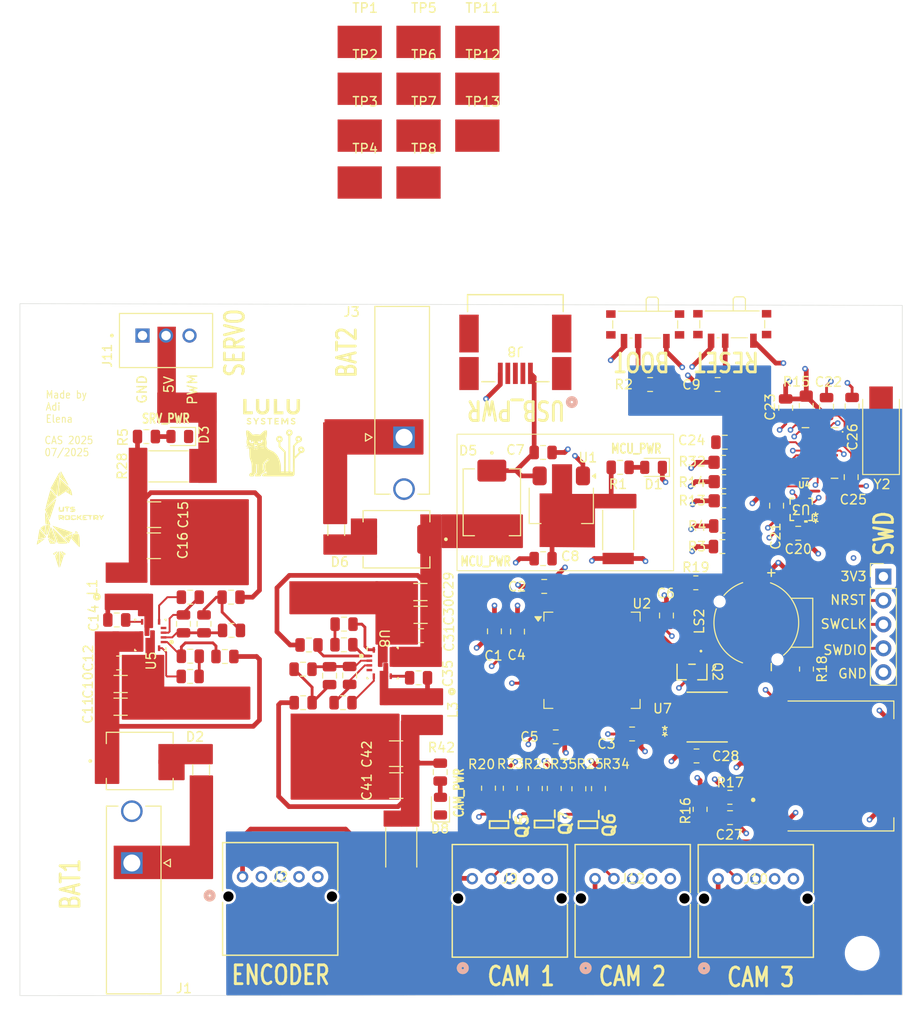
<source format=kicad_pcb>
(kicad_pcb (version 20241229) (generator "pcbnew") (generator_version "9.0")
  (layers (0 "F.Cu" signal) (4 "In1.Cu" signal) (6 "In2.Cu" signal) (2 "B.Cu" power) (13 "F.Paste" user) (15 "B.Paste" user) (5 "F.SilkS" user "F.Silkscreen") (7 "B.SilkS" user "B.Silkscreen") (1 "F.Mask" user) (3 "B.Mask" user) (25 "Edge.Cuts" user))
  (net 0 "")
  (net 1 "GND")
  (net 2 "/Power/VBUS_MCU")
  (net 4 "/Microcontroller/ENC_B")
  (net 6 "/Microcontroller/ENC_A")
  (net 8 "/Microcontroller/USB_OTG_FS_D+")
  (net 10 "/Microcontroller/USB_OTG_FS_D-")
  (net 11 "/Microcontroller/USART1_TX")
  (net 14 "/Microcontroller/USART1_RX")
  (net 15 "/Microcontroller/USART6_RX")
  (net 19 "/Microcontroller/USART6_TX")
  (net 23 "/Microcontroller/SERVO_PWM")
  (net 25 "/Microcontroller/USART2_RX")
  (net 27 "/Microcontroller/USART2_TX")
  (net 28 "/Microcontroller/SPI1_MOSI")
  (net 30 "/Microcontroller/SD_DET")
  (net 32 "/Microcontroller/SD_MEM_CS")
  (net 35 "/Microcontroller/SPI1_MISO")
  (net 40 "/Microcontroller/SPI1_SCK")
  (net 51 "/Microcontroller/12C1_SDA")
  (net 52 "NRST")
  (net 53 "/Power/SS_SERVO")
  (net 54 "Net-(U4-CAP)")
  (net 55 "Net-(U4-XOUT32{slash}CLKSEL1)")
  (net 56 "Net-(U4-XIN32)")
  (net 57 "Net-(D1-A)")
  (net 58 "Net-(D3-A)")
  (net 59 "Net-(F1-Pad1)")
  (net 60 "/Microcontroller/12C1_SCL")
  (net 61 "/Microcontroller/BUZZ")
  (net 62 "/Microcontroller/SYS_JTCK-SWCLK")
  (net 63 "/Microcontroller/SYS_JTMS-SWDIO")
  (net 65 "/Microcontroller/CAM_1_EN")
  (net 66 "/Microcontroller/CAM_2_EN")
  (net 67 "/Microcontroller/CAM_3_EN")
  (net 68 "/Microcontroller/FLASH_MEM_CS")
  (net 69 "/Peripherals/5V_CAM")
  (net 70 "Net-(Q5-D)")
  (net 73 "Net-(Q6-D)")
  (net 74 "/Headers/+3V3")
  (net 75 "/Power/3V3")
  (net 76 "/Power/5V_SERVO")
  (net 77 "Net-(Q2-B)")
  (net 78 "/Power/5V_CAM")
  (net 79 "Net-(Q7-D)")
  (net 80 "/Peripherals/5V_SERVO")
  (net 82 "/Power/BAT_1")
  (net 83 "/Microcontroller/BOOT0")
  (net 84 "/Microcontroller/SW_BOOT0")
  (net 85 "Net-(U4-ENV_SDA)")
  (net 86 "Net-(U4-ENV_SCL)")
  (net 87 "Net-(U4-~{BOOT})")
  (net 93 "Net-(Q2-C)")
  (net 94 "Net-(Q5-G)")
  (net 95 "Net-(Q7-G)")
  (net 96 "Net-(Q6-G)")
  (net 99 "/Power/VIN_SERVO")
  (net 100 "/Power/BT_SERVO")
  (net 101 "/Power/SW_SERVO")
  (net 102 "/Power/FB_SERVO")
  (net 103 "Net-(C17-Pad1)")
  (net 104 "/Power/VIN_CAM")
  (net 105 "/Power/SW_CAM_PWR")
  (net 106 "/Power/FB_CAM_PWR")
  (net 107 "/Power/EN_SERVO_PWR")
  (net 108 "/Power/MODE_SRVO")
  (net 109 "/Power/EN_CAM_PWR")
  (net 111 "/Power/BT_CAM")
  (net 112 "/Power/SS_CAM")
  (net 113 "/Power/MODE_CAM")
  (net 114 "Net-(U4-~{RST})")
  (net 120 "Net-(C40-Pad1)")
  (net 121 "Net-(D8-A)")
  (net 122 "Net-(F3-Pad1)")
  (net 124 "/Power/BAT_2")
  (footprint "Capacitor_SMD:C_0805_2012Metric" (layer "F.Cu") (at 116.173002 90.152001 90)
    (property "Reference" "R41" (hide yes))
    (property "Value" "73.2kR" (hide yes))
  )
  (footprint "Capacitor_SMD:C_0805_2012Metric_Pad1.18x1.45mm_HandSolder" (layer "F.Cu") (at 158.728802 105.232601)
    (property "Reference" "C27")
    (property "Value" "100nF" (hide yes))
  )
  (footprint "MountingHole:MountingHole_3.2mm_M3" (layer "F.Cu") (at 87.271402 119.638601)
    (property "Reference" "H3" (hide yes))
    (property "Value" "MountingHole" (hide yes))
  )
  (footprint "BSS816NWH6327XTSA1:SOT65P210X100-3N" (layer "F.Cu") (at 143.630402 105.974201 -90)
    (property "Reference" "Q6")
    (property "Value" "BSS816NWH6327XTSA1" (hide yes))
  )
  (footprint "S05B_PASK_2_LF__SN_:CONN_S05B-PASK-2_JST" (layer "F.Cu") (at 106.927452 111.510701)
    (property "Reference" "J2")
    (property "Value" "Encoder")
  )
  (footprint "Resistor_SMD:R_0805_2012Metric_Pad1.20x1.40mm_HandSolder" (layer "F.Cu") (at 158.0482 69.5452)
    (property "Reference" "R14")
    (property "Value" "2.2kR" (hide yes))
  )
  (footprint "Capacitor_SMD:C_0805_2012Metric" (layer "F.Cu") (at 93.805802 88.800601)
    (property "Reference" "C12")
    (property "Value" "0.1uF" (hide yes))
  )
  (footprint "Capacitor_SMD:C_0805_2012Metric" (layer "F.Cu") (at 138.982802 80.673001)
    (property "Reference" "C2")
    (property "Value" "100nF" (hide yes))
  )
  (footprint "TPS56A37RPAR:RPA0010A-MFG" (layer "F.Cu") (at 121.805203 88.809801)
    (property "Reference" "U8")
    (property "Value" "TPS56A37RPAR" (hide yes))
  )
  (footprint "5016:KEYSTONE_5016" (layer "F.Cu") (at 119.3784 32.7914)
    (property "Reference" "TP3")
    (property "Value" "5016")
  )
  (footprint "Capacitor_SMD:C_0805_2012Metric" (layer "F.Cu") (at 125.632002 90.378601)
    (property "Reference" "C35")
    (property "Value" "0.1uF" (hide yes))
  )
  (footprint "Capacitor_SMD:C_0805_2012Metric" (layer "F.Cu") (at 101.375002 88.089401)
    (property "Reference" "R7" (hide yes))
    (property "Value" "36.1kR" (hide yes))
  )
  (footprint "Capacitor_SMD:C_0805_2012Metric" (layer "F.Cu") (at 157.9447 74.2543 180)
    (property "Reference" "R4")
    (property "Value" "1k5" (hide yes))
  )
  (footprint "DM3CS_SF:HRS_DM3CS-SF" (layer "F.Cu") (at 169.089202 99.546201 -90)
    (property "Reference" "J14" (hide yes))
    (property "Value" "DM3CS-SF" (hide yes))
  )
  (footprint "Button_Switch_SMD:SW_SPDT_PCM12" (layer "F.Cu") (at 149.714402 53.171401 180)
    (property "Reference" "SW1" (hide yes))
    (property "Value" "Boot Switch" (hide yes))
  )
  (footprint "Capacitor_SMD:C_0805_2012Metric" (layer "F.Cu") (at 105.703202 81.815601 180)
    (property "Reference" "R9" (hide yes))
    (property "Value" "49.9R" (hide yes))
  )
  (footprint "S05B_PASK_2_LF__SN_:CONN_S05B-PASK-2_JST" (layer "F.Cu") (at 144.386852 111.713902)
    (property "Reference" "J12")
    (property "Value" "Cam 1")
  )
  (footprint "Capacitor_SMD:C_1206_3216Metric" (layer "F.Cu") (at 125.826402 81.269001 180)
    (property "Reference" "C29")
    (property "Value" "10uF" (hide yes))
  )
  (footprint "Resistor_SMD:R_0805_2012Metric_Pad1.20x1.40mm_HandSolder" (layer "F.Cu") (at 166.8272 61.4586 90)
    (property "Reference" "R15")
    (property "Value" "10kR" (hide yes))
  )
  (footprint "Capacitor_SMD:C_0805_2012Metric" (layer "F.Cu") (at 158.1744 65.3542)
    (property "Reference" "C24")
    (property "Value" "100nF" (hide yes))
  )
  (footprint "Capacitor_SMD:C_0805_2012Metric" (layer "F.Cu") (at 101.359902 90.234301 180)
    (property "Reference" "R8" (hide yes))
    (property "Value" "52.3kR" (hide yes))
  )
  (footprint "Capacitor_SMD:C_0805_2012Metric" (layer "F.Cu") (at 140.212202 96.649601 180)
    (property "Reference" "C5")
    (property "Value" "100nF" (hide yes))
  )
  (footprint "1724480002:MOLEX_1724480002" (layer "F.Cu") (at 124.086902 64.836401 180)
    (property "Reference" "J3")
    (property "Value" "Battery 1" (hide yes))
  )
  (footprint "Capacitor_SMD:C_1206_3216Metric" (layer "F.Cu") (at 125.850402 83.690201 180)
    (property "Reference" "C30")
    (property "Value" "10uF" (hide yes))
  )
  (footprint "Capacitor_SMD:C_0805_2012Metric" (layer "F.Cu") (at 155.168902 98.679401)
    (property "Reference" "C28")
    (property "Value" "100nF" (hide yes))
  )
  (footprint "Capacitor_SMD:C_1210_3225Metric" (layer "F.Cu") (at 97.499002 76.354601)
    (property "Reference" "C16")
    (property "Value" "10uF" (hide yes))
  )
  (footprint "MountingHole:MountingHole_3.2mm_M3" (layer "F.Cu") (at 87.271402 54.638601)
    (property "Reference" "H1" (hide yes))
    (property "Value" "MountingHole" (hide yes))
  )
  (footprint "Resistor_SMD:R_0805_2012Metric_Pad1.20x1.40mm_HandSolder" (layer "F.Cu") (at 166.8526 89.4494 90)
    (property "Reference" "R18")
    (property "Value" "1kR" (hide yes))
  )
  (footprint "Capacitor_SMD:C_0805_2012Metric" (layer "F.Cu") (at 171.7 61.55 90)
    (property "Reference" "C26")
    (property "Value" "15pF" (hide yes))
  )
  (footprint "BSS816NWH6327XTSA1:SOT65P210X100-3N" (layer "F.Cu") (at 134.181602 105.966001 -90)
    (property "Reference" "Q5")
    (property "Value" "BSS816NWH6327XTSA1" (hide yes))
  )
  (footprint "Resistor_SMD:R_0805_2012Metric_Pad1.20x1.40mm_HandSolder" (layer "F.Cu") (at 133.064002 102.103601 -90)
    (property "Reference" "R20")
    (property "Value" "100R" (hide yes))
  )
  (footprint "5016:KEYSTONE_5016" (layer "F.Cu") (at 131.8784 22.8314)
    (property "Reference" "TP11")
    (property "Value" "5016")
  )
  (footprint "Capacitor_SMD:C_0805_2012Metric" (layer "F.Cu") (at 150.234402 59.230001)
    (property "Reference" "R2")
    (property "Value" "10k" (hide yes))
  )
  (footprint "Crystal:Crystal_SMD_0603-2Pin_6.0x3.5mm_HandSoldering" (layer "F.Cu") (at 174.7774 64.008 90)
    (property "Reference" "Y2")
    (property "Value" "Crystal" (hide yes))
  )
  (footprint "Resistor_SMD:R_0805_2012Metric_Pad1.20x1.40mm_HandSolder" (layer "F.Cu") (at 158.0482 71.5772)
    (property "Reference" "R13")
    (property "Value" "2.2kR" (hide yes))
  )
  (footprint "Capacitor_SMD:C_0805_2012Metric" (layer "F.Cu") (at 118.306602 90.126601 -90)
    (property "Reference" "R39" (hide yes))
    (property "Value" "10kR" (hide yes))
  )
  (footprint "B540C_13_F:DIOM6959X245N" (layer "F.Cu") (at 96.000402 99.214601)
    (property "Reference" "D2")
    (property "Value" "B540C-13-F" (hide yes))
  )
  (footprint "TPS56A37RPAR:RPA0010A-MFG" (layer "F.Cu") (at 97.129901 85.834302 180)
    (property "Reference" "U5")
    (property "Value" "TPS56A37RPAR" (hide yes))
  )
  (footprint "CSRN2512FKR500:RESC6331X70N" (layer "F.Cu") (at 146.844402 74.680401 -90)
    (property "Reference" "R29" (hide yes))
    (property "Value" "CSRN2512FKR500" (hide yes))
  )
  (footprint "Capacitor_SMD:C_0805_2012Metric" (layer "F.Cu") (at 168.9862 61.5696 90)
    (property "Reference" "C22")
    (property "Value" "100nF" (hide yes))
  )
  (footprint "Capacitor_SMD:C_0805_2012Metric" (layer "F.Cu") (at 96.714502 64.755901)
    (property "Reference" "R5")
    (property "Value" "1k5" (hide yes))
  )
  (footprint "BMP581:QFN10_BMP581_BOS" (layer "F.Cu") (at 166.292101 72.4906 180)
    (property "Reference" "U3")
    (property "Value" "BMP581" (hide yes))
  )
  (footprint "Resistor_SMD:R_0805_2012Metric_Pad1.20x1.40mm_HandSolder" (layer "F.Cu") (at 135.375402 102.113001 90)
    (property "Reference" "R33")
    (property "Value" "10kR" (hide yes))
  )
  (footprint "Capacitor_SMD:C_0805_2012Metric" (layer "F.Cu") (at 133.693902 85.440401 -90)
    (property "Reference" "C1")
    (property "Value" "10uF" (hide yes))
  )
  (footprint "Capacitor_SMD:C_0805_2012Metric" (layer "F.Cu") (at 125.901202 85.900001 180)
    (property "Reference" "C31")
    (property "Value" "0.1uF" (hide yes))
  )
  (footprint "MountingHole:MountingHole_3.2mm_M3" (layer "F.Cu") (at 172.771402 119.638601)
    (property "Reference" "H4" (hide yes))
    (property "Value" "MountingHole" (hide yes))
  )
  (footprint "Package_TO_SOT_SMD:SOT-223-3_TabPin2" (layer "F.Cu") (at 140.797002 72.082801 -90)
    (property "Reference" "U1")
    (property "Value" "AMS1117-3.3" (hide yes))
  )
  (footprint "5016:KEYSTONE_5016" (layer "F.Cu") (at 125.6284 32.7914)
    (property "Reference" "TP7")
    (property "Value" "5016")
  )
  (footprint "B540C_13_F:DIOM6959X245N" (layer "F.Cu") (at 133.419002 71.736601 -90)
    (property "Reference" "D5")
    (property "Value" "B540C-13-F" (hide yes))
  )
  (footprint "5016:KEYSTONE_5016" (layer "F.Cu") (at 119.3784 22.8314)
    (property "Reference" "TP1")
    (property "Value" "5016")
  )
  (footprint "CSRN2512FKR500:RESC6331X70N" (layer "F.Cu") (at 123.793002 108.379001 -90)
    (property "Reference" "R27" (hide yes))
    (property "Value" "CSRN2512FKR500" (hide yes))
  )
  (footprint "Capacitor_SMD:C_0805_2012Metric" (layer "F.Cu") (at 113.368802 93.022201)
    (property "Reference" "R40" (hide yes))
    (property "Value" "49.9R" (hide yes))
  )
  (footprint "Capacitor_SMD:C_1210_3225Metric" (layer "F.Cu") (at 123.261402 101.825801 180)
    (property "Reference" "C41")
    (property "Value" "10uF" (hide yes))
  )
  (footprint "LED_SMD:LED_0805_2012Metric" (layer "F.Cu") (at 127.958602 104.010201 90)
    (property "Reference" "D8")
    (property "Value" "RED" (hide yes))
  )
  (footprint "KiCADv6:CON00317_5_MOL" (layer "F.Cu") (at 135.917602 55.711201 180)
    (property "Reference" "J8")
    (property "Value" "USB")
  )
  (footprint "Capacitor_SMD:C_1210_3225Metric" (layer "F.Cu") (at 97.526202 73.052601)
    (property "Reference" "C15")
    (property "Value" "10uF" (hide yes))
  )
  (footprint "Capacitor_SMD:C_0805_2012Metric" (layer "F.Cu") (at 171.6024 69.0626 -90)
    (property "Reference" "C25")
    (property "Value" "15pF" (hide yes))
  )
  (footprint "Capacitor_SMD:C_0805_2012Metric" (layer "F.Cu") (at 157.9193 76.4387 180)
    (property "Reference" "R3")
    (property "Value" "1k5" (hide yes))
  )
  (footprint "Capacitor_SMD:C_0805_2012Metric" (layer "F.Cu") (at 102.833002 84.650201 -90)
    (property "Reference" "C17" (hide yes))
    (property "Value" "150pF" (hide yes))
  )
  (footprint "Capacitor_SMD:C_0805_2012Metric" (layer "F.Cu") (at 105.754002 85.346201 180)
    (property "Reference" "R10" (hide yes))
    (property "Value" "73.2kR" (hide yes))
  )
  (footprint "5016:KEYSTONE_5016" (layer "F.Cu") (at 131.8784 32.7914)
    (property "Reference" "TP13")
    (property "Value" "5016")
  )
  (footprint "B3B_XH_A:JST_B3B-XH-A" (layer "F.Cu") (at 98.7952 54.5508 180)
    (property "Reference" "J11")
    (property "Value" "Servo" (hide yes))
  )
  (footprint "Capacitor_SMD:C_0805_2012Metric" (layer "F.Cu") (at 100.648602 84.650201 90)
    (property "Reference" "R11" (hide yes))
    (property "Value" "10kR" (hide yes))
  )
  (footprint "LED_SMD:LED_0805_2012Metric" (layer "F.Cu") (at 100.257202 64.746801 180)
    (property "Reference" "D3")
    (property "Value" "RED" (hide yes))
  )
  (footprint "B540C_13_F:DIOM6959X245N" (layer "F.Cu") (at 123.285002 75.663801 180)
    (property "Reference" "D6")
    (property "Value" "B540C-13-F" (hide yes))
  )
  (footprint "Resistor_SMD:R_0805_2012Metric_Pad1.20x1.40mm_HandSolder" (layer "F.Cu") (at 155.0924 80.2894)
    (property "Reference" "R19")
    (property "Value" "470" (hide yes))
  )
  (footprint "BSS816NWH6327XTSA1:SOT65P210X100-3N" (layer "F.Cu") (at 138.956802 105.915201 -90)
    (property "Reference" "Q7")
    (property "Value" "BSS816NWH6327XTSA1" (hide yes))
  )
  (footprint "C1F_5:FUSC3215X83N" (layer "F.Cu") (at 102.528202 100.154401 90)
    (property "Reference" "F1" (hide yes))
    (property "Value" "C1F-5" (hide yes))
  )
  (footprint "5016:KEYSTONE_5016" (layer "F.Cu") (at 119.3784 37.7714)
    (property "Reference" "TP4")
    (property "Value" "5016")
  )
  (footprint "CBT_09427_SMT_TR:CUI_CBT-09427-SMT" (layer "F.Cu") (at 161.5186 84.5312 -90)
    (property "Reference" "LS2")
    (property "Value" "CBT-09427-SMT" (hide yes))
  )
  (footprint "74438357033:WE-MAPI_4030" (layer "F.Cu") (at 126.166102 93.841401 -90)
    (property "Reference" "L3")
    (property "Value" "3.3uH" (hide yes))
  )
  (footprint "Capacitor_SMD:C_0805_2012Metric" (layer "F.Cu") (at 147.051302 68.025601)
    (property "Reference" "R1")
    (property "Value" "1k5" (hide yes))
  )
  (footprint "S05B_PASK_2_LF__SN_:CONN_S05B-PASK-2_JST" (layer "F.Cu") (at 157.467801 111.731801)
    (property "Reference" "J10")
    (property "Value" "Cam 1")
  )
  (footprint "Capacitor_SMD:C_0805_2012Metric" (layer "F.Cu") (at 165.9738 75.0266 180)
    (property "Reference" "C20")
    (property "Value" "100nF" (hide yes))
  )
  (footprint "Package_QFP:LQFP-64_10x10mm_P0.5mm" (layer "F.Cu") (at 144.062202 88.516201)
    (property "Reference" "U2")
    (property "Value" "STM32F401RETx" (hide yes))
  )
  (footprint "5016:KEYSTONE_5016" (layer "F.Cu") (at 125.6284 22.8314)
    (property "Reference" "TP5")
    (property "Value" "5016")
  )
  (footprint "Resistor_SMD:R_0805_2012Metric_Pad1.20x1.40mm_HandSolder" (layer "F.Cu") (at 144.748002 102.146601 90)
    (property "Reference" "R34")
    (property "Value" "10kR" (hide yes))
  )
  (footprint "Capacitor_SMD:C_0805_2012Metric" (layer "F.Cu") (at 148.325002 96.344801 180)
    (property "Reference" "C3")
    (property "Value" "100nF" (hide yes))
  )
  (footprint "Capacitor_SMD:C_0805_2012Metric" (layer "F.Cu") (at 151.972402 83.761601 -90)
    (property "Reference" "C6")
    (property "Value" "100nF" (hide yes))
  )
  (footprint "Capacitor_SMD:C_0805_2012Metric" (layer "F.Cu") (at 105.053002 88.114801 180)
    (property "Reference" "R6" (hide yes))
    (property "Value" "169kR" (hide yes))
  )
  (footprint "Capacitor_SMD:C_1206_3216Metric" (layer "F.Cu") (at 93.968402 93.448801)
    (property "Reference" "C11")
    (property "Value" "10uF" (hide yes))
  )
  (footprint "Resistor_SMD:R_0805_2012Metric_Pad1.20x1.40mm_HandSolder" (layer "F.Cu") (at 142.664402 102.164801 -90)
    (property "Reference" "R25")
    (property "Value" "100R" (hide yes))
  )
  (footprint "5016:KEYSTONE_5016" (layer "F.Cu") (at 125.6284 37.7714)
    (property "Reference" "TP8")
    (property "Value" "5016")
  )
  (footprint "Capacitor_SMD:C_0805_2012Metric" (layer "F.Cu") (at 101.375002 81.815601)
    (property "Reference" "C13" (hide yes))
    (property "Value" "47nF" (hide yes))
  )
  (footprint "5016:KEYSTONE_5016" (layer "F.Cu") (at 125.6284 27.8114)
    (property "Reference" "TP6")
    (property "Value" "5016")
  )
  (footprint "Connector_PinHeader_2.54mm:PinHeader_1x05_P2.54mm_Vertical" (layer "F.Cu") (at 175.024802 79.626201)
    (property "Reference" "J13" (hide yes))
    (property "Value" "SWD Header")
  )
  (footprint "LED_SMD:LED_0805_2012Metric" (layer "F.Cu") (at 150.601302 68.025601 180)
    (property "Reference" "D1")
    (property "Value" "BLUE" (hide yes))
  )
  (footprint "Capacitor_SMD:C_0805_2012Metric" (layer "F.Cu") (at 138.866602 77.721601 180)
    (property "Reference" "C8")
    (property "Value" "22uF")
  )
  (footprint "5016:KEYSTONE_5016" (layer "F.Cu") (at 131.8784 27.8114)
    (property "Reference" "TP12")
    (property "Value" "5016")
  )
  (footprint "Capacitor_SMD:C_0805_2012Metric" (layer "F.Cu") (at 164.6428 61.7068 -90)
    (property "Reference" "C23")
    (property "Value" "100nF" (hide yes))
  )
  (footprint "BNO085:IC_BNO085" (layer "F.Cu") (at 168.2903 66.4972 -90)
    (property "Reference" "U4")
    (property "Value" "BNO085" (hide yes))
  )
  (footprint "Resistor_SMD:R_0805_2012Metric_Pad1.20x1.40mm_HandSolder" (layer "F.Cu") (at 138.042402 102.140001 -90)
    (property "Reference" "R26")
    (property "Value" "100R" (hide yes))
  )
  (footprint "Capacitor_SMD:C_0805_2012Metric" (layer "F.Cu") (at 163.6776 72.0954 -90)
    (property "Reference" "C21")
    (property "Value" "100nF" (hide yes))
  )
  (footprint "74438357033:WE-MAPI_4030" (layer "F.Cu") (at 94.451002 80.774201 90)
    (property "Reference" "L1")
    (property "Value" "3.3uH" (hide yes))
  )
  (footprint "Capacitor_SMD:C_0805_2012Metric" (layer "F.Cu") (at 136.148202 85.473601 -90)
    (property "Reference" "C4")
    (property "Value" "100nF" (hide yes))
  )
  (footprint "Capacitor_SMD:C_1210_3225Metric" (layer "F.Cu") (at 123.239202 98.439401 180)
    (property "Reference" "C42")
    (property "Value" "10uF" (hide yes))
  )
  (footprint "Resistor_SMD:R_0805_2012Metric_Pad1.20x1.40mm_HandSolder" (layer "F.Cu") (at 158.715502 103.073601)
    (property "Reference" "R17")
    (property "Value" "10k" (hide yes))
  )
  (footprint "FSB560A:SSOT3_3X1P5_ONS" (layer "F.Cu") (at 154.686 89.7636 180)
    (property "Reference" "Q2")
    (property "Value" "NPN")
  )
  (footprint "Capacitor_SMD:C_0805_2012Metric" (layer "F.Cu") (at 138.866602 66.444001)
    (property "Reference" "C7")
    (property "Value" "10uF")
  )
  (footprint "S05B_PASK_2_LF__SN_:CONN_S05B-PASK-2_JST" (layer "F.Cu") (at 131.331252 111.713902)
    (property "Reference" "J9")
    (property "Value" "Cam 1")
  )
  (footprint "Capacitor_SMD:C_0805_2012Metric" (layer "F.Cu") (at 157.412402 59.230001 180)
    (property "Reference" "C9")
    (property "Value" "100nF" (hide yes))
  )
  (footprint "Resistor_SMD:R_0805_2012Metric_Pad1.20x1.40mm_HandSolder" (layer "F.Cu") (at 158.0322 67.4878)
    (property "Reference" "R32")
    (property "Value" "10k" (hide yes))
  )
  (footprint "LOGO" (layer "F.Cu") (at 109.95 64.85)
    (property "Reference" "G***" (hide yes))
    (property "Value" "LOGO" (hide yes))
  )
  (footprint "1724480002:MOLEX_1724480002" (layer "F.Cu") (at 95.162202 110.048601)
    (property "Reference" "J1")
    (property "Value" "Battery 1" (hide yes))
  )
  (footprint "Resistor_SMD:R_0805_2012Metric_Pad1.20x1.40mm_HandSolder" (layer "F.Cu") (at 155.55 104.35 -90)
    (property "Reference" "R16")
    (property "Value" "10k" (hide yes))
  )
  (footprint "MountingHole:MountingHole_3.2mm_M3" (layer "F.Cu") (at 172.771402 55.138601)
    (property "Reference" "H2" (hide yes))
    (property "Value" "MountingHole" (hide yes))
  )
  (footprint "C1F_5:FUSC3215X83N" (layer "F.Cu") (at 116.884202 74.695401 -90)
    (property "Reference" "F3" (hide yes))
    (property "Value" "C1F-5" (hide yes))
  )
  (footprint "Capacitor_SMD:C_0805_2012Metric" (layer "F.Cu") (at 117.712202 84.680801)
    (property "Reference" "R38" (hide yes))
    (property "Value" "52.3kR" (hide yes))
  )
  (footprint "Button_Switch_SMD:SW_SPDT_PCM12" (layer "F.Cu") (at 158.964402 53.141401 180)
    (property "Reference" "SW2" (hide yes))
    (property "Value" "System Reset" (hide yes))
  )
  (footprint "CSRN2512FKR500:RESC6331X70N" (layer "F.Cu") (at 99.048402 67.921801)
    (property "Reference" "R28")
    (property "Value" "CSRN2512FKR500" (hide yes))
  )
  (footprint "LOGO" (layer "F.Cu") (at 87.35 73.65)
    (property "Reference" "G***" (hide yes))
    (property "Value" "LOGO" (hide yes))
  )
  (footprint "Resistor_SMD:R_0805_2012Metric_Pad1.20x1.40mm_HandSolder" (layer "F.Cu") (at 140.049002 102.130601 90)
    (property "Reference" "R35")
    (property "Value" "10kR" (hide yes))
  )
  (footprint "Capacitor_SMD:C_0805_2012Metric" (layer "F.Cu") (at 113.353602 89.466201)
    (property "Reference" "C40" (hide yes))
    (property "Value" "150pF" (hide yes))
  )
  (footprint "5016:KEYSTONE_5016" (layer "F.Cu") (at 119.3784 27.8114)
    (property "Reference" "TP2")
    (property "Value" "5016")
  )
  (footprint "Capacitor_SMD:C_0805_2012Metric" (layer "F.Cu") (at 113.988602 86.890601)
    (property "Reference" "R36" (hide yes))
    (property "Value" "169kR" (hide yes))
  )
  (footprint "Capacitor_SMD:C_0805_2012Metric" (layer "F.Cu") (at 127.933202 100.393201 -90)
    (property "Reference" "R42")
    (property "Value" "1k5" (hide yes))
  )
  (footprint "Capacitor_SMD:C_0805_2012Metric" (layer "F.Cu") (at 117.697002 86.865201 180)
    (property "Reference" "R37" (hide yes))
    (property "Value" "36.1kR" (hide yes))
  )
  (footprint "Capacitor_SMD:C_1206_3216Metric" (layer "F.Cu") (at 93.973402 91.035801)
    (property "Reference" "C10")
    (property "Value" "10uF" (hide yes))
  )
  (footprint "MX25V4006EM1I-13G:SOP8_150_MAC" (layer "F.Cu") (at 156.3 94.55 180)
    (property "Reference" "U7")
    (property "Value" "MX25V4006EM1I-13G" (hide yes))
  )
  (footprint "Capacitor_SMD:C_0805_2012Metric" (layer "F.Cu") (at 117.605602 93.022201 180)
    (property "Reference" "C34" (hide yes))
    (property "Value" "47nF" (hide yes))
  )
  (footprint "Capacitor_SMD:C_0805_2012Metric" (layer "F.Cu") (at 93.559902 84.234301 180)
    (property "Reference" "C14")
    (property "Value" "0.1uF" (hide yes))
  )
  (gr_rect (start 121.599202 89.735401) (end 122.319802 93.194401) (stroke (width 0.2)) (fill yes) (layer "F.Cu") (net 105))
  (gr_rect (start 93.333402 108.307801) (end 103.696602 111.660601) (stroke (width 0.2)) (fill yes) (layer "F.Cu") (net 59))
  (gr_rect (start 121.984902 88.905401) (end 122.310302 91.505401) (stroke (width 0.2)) (fill yes) (layer "F.Cu") (net 105))
  (gr_poly (pts (xy 102.228402 62.049401) (xy 104.184202 62.049401) (xy 104.184202 69.669401) (xy 102.228402 69.669401)) (fill yes) (layer "F.Cu") (net 80))
  (gr_rect (start 97.206902 71.503201) (end 107.493902 80.444001) (stroke (width 0.2)) (fill yes) (layer "F.Cu") (net 1))
  (gr_rect (start 144.036802 70.939401) (end 148.685002 72.285601) (stroke (width 0.2)) (fill yes) (layer "F.Cu") (net 75))
  (gr_rect (start 125.915102 73.118601) (end 127.982802 89.049601) (stroke (width 0.2)) (fill yes) (layer "F.Cu") (net 104))
  (gr_rect (start 115.741202 63.014601) (end 126.053602 66.570601) (stroke (width 0.2)) (fill yes) (layer "F.Cu") (net 122))
  (gr_rect (start 96.600402 81.545301) (end 97.321002 85.004301) (stroke (width 0.2)) (fill yes) (layer "F.Cu") (net 101))
  (gr_poly (pts (xy 97.859602 60.080901) (xy 104.184202 60.080901) (xy 104.184202 63.281301) (xy 97.859602 63.281301)) (fill yes) (layer "F.Cu") (net 80))
  (gr_rect (start 93.218202 85.546801) (end 96.289202 87.520501) (stroke (width 0.2)) (fill yes) (layer "F.Cu") (net 99))
  (gr_rect (start 122.014302 104.575001) (end 123.793702 106.093001) (stroke (width 0.2)) (fill yes) (layer "F.Cu") (net 78))
  (gr_poly (pts (xy 97.885002 53.083201) (xy 99.840802 53.083201) (xy 99.840802 62.049401) (xy 97.885002 62.049401)) (fill yes) (layer "F.Cu") (net 80))
  (gr_rect (start 123.881202 94.409001) (end 128.124402 96.364801) (stroke (width 0.2)) (fill yes) (layer "F.Cu") (net 78))
  (gr_rect (start 94.195302 88.034301) (end 98.511502 94.723101) (stroke (width 0.2)) (fill yes) (layer "F.Cu") (net 1))
  (gr_rect (start 121.151402 80.218801) (end 125.467602 86.755201) (stroke (width 0.2)) (fill yes) (layer "F.Cu") (net 1))
  (gr_rect (start 115.588802 63.341601) (end 117.951002 73.958801) (stroke (width 0.2)) (fill yes) (layer "F.Cu") (net 122))
  (gr_rect (start 121.743602 86.868601) (end 122.243602 88.668601) (stroke (width 0.2)) (fill yes) (layer "F.Cu") (net 1))
  (gr_rect (start 115.614202 75.244701) (end 121.126002 77.200501) (stroke (width 0.2)) (fill yes) (layer "F.Cu") (net 124))
  (gr_rect (start 97.209902 85.434301) (end 97.509902 94.224701) (stroke (width 0.2)) (fill yes) (layer "F.Cu") (net 1))
  (gr_rect (start 96.709902 86.234301) (end 97.209902 88.034301) (stroke (width 0.2)) (fill yes) (layer "F.Cu") (net 1))
  (gr_rect (start 101.410602 100.840201) (end 103.696602 111.457401) (stroke (width 0.2)) (fill yes) (layer "F.Cu") (net 59))
  (gr_rect (start 98.083202 97.512801) (end 103.671202 99.468601) (stroke (width 0.2)) (fill yes) (layer "F.Cu") (net 82))
  (gr_rect (start 122.892502 87.177501) (end 127.995502 89.125801) (stroke (width 0.2)) (fill yes) (layer "F.Cu") (net 104))
  (gr_poly (pts (xy 139.811002 70.794001) (xy 138.490202 70.794001) (xy 138.490202 76.483601) (xy 144.383002 76.534401) (xy 144.383002 70.844801) (xy 141.944602 70.844801) (xy 141.944602 67.695201) (xy 139.811002 67.695201)) (fill yes) (layer "F.Cu") (net 75))
  (gr_rect (start 91.325902 85.546801) (end 93.736502 101.554001) (stroke (width 0.2)) (fill yes) (layer "F.Cu") (net 99))
  (gr_poly (pts (xy 101.263202 66.062601) (xy 104.184202 66.062601) (xy 104.184202 69.669401) (xy 101.263202 69.669401)) (fill yes) (layer "F.Cu") (net 80))
  (gr_rect (start 96.609902 83.234301) (end 96.935302 85.834301) (stroke (width 0.2)) (fill yes) (layer "F.Cu") (net 101))
  (gr_rect (start 121.984902 91.589601) (end 128.141102 93.194401) (stroke (width 0.2)) (fill yes) (layer "F.Cu") (net 105))
  (gr_rect (start 112.134402 94.282001) (end 123.513602 103.222801) (stroke (width 0.2)) (fill yes) (layer "F.Cu") (net 1))
  (gr_rect (start 121.407802 80.335401) (end 121.707802 89.125801) (stroke (width 0.2)) (fill yes) (layer "F.Cu") (net 1))
  (gr_rect (start 118.535202 73.555601) (end 121.126002 75.511401) (stroke (width 0.2)) (fill yes) (layer "F.Cu") (net 124))
  (gr_rect (start 112.003902 80.223101) (end 121.273102 83.533701) (stroke (width 0.2)) (fill yes) (layer "F.Cu") (net 1))
  (gr_rect (start 92.481802 78.234201) (end 96.725002 80.190001) (stroke (width 0.2)) (fill yes) (layer "F.Cu") (net 76))
  (gr_rect (start 92.634002 81.545301) (end 96.301002 82.351301) (stroke (width 0.2)) (fill yes) (layer "F.Cu") (net 101))
  (gr_rect (start 123.842402 95.045201) (end 125.621802 106.091801) (stroke (width 0.2)) (fill yes) (layer "F.Cu") (net 78))
  (gr_rect (start 98.083202 99.201901) (end 100.674002 101.157701) (stroke (width 0.2)) (fill yes) (layer "F.Cu") (net 82))
  (gr_rect (start 94.933602 66.042701) (end 96.713002 79.146701) (stroke (width 0.2)) (fill yes) (layer "F.Cu") (net 76))
  (gr_rect (start 98.389802 91.408201) (end 107.659002 94.718801) (stroke (width 0.2)) (fill yes) (layer "F.Cu") (net 1))
  (gr_rect (start 92.379302 81.545301) (end 96.935302 83.087901) (stroke (width 0.2)) (fill yes) (layer "F.Cu") (net 101))
  (gr_rect (start 128.176902 73.118601) (end 136.620002 76.502001) (stroke (width 0.2)) (fill yes) (layer "F.Cu") (net 104))
  (gr_rect (start 95.909902 81.545301) (end 96.935302 83.734301) (stroke (width 0.2)) (fill yes) (layer "F.Cu") (net 101))
  (gr_rect (start 129.717402 64.504601) (end 152.729802 79.008001) (stroke (width 0.1)) (fill no) (layer "F.SilkS"))
  (gr_line (start 83.271402 124.138601) (end 83.271402 50.638601) (stroke (width 0.05)) (layer "Edge.Cuts"))
  (gr_line (start 83.271402 50.638601) (end 177.031402 50.822601) (stroke (width 0.05)) (layer "Edge.Cuts"))
  (gr_line (start 177.031402 50.822601) (end 177.031402 124.076201) (stroke (width 0.05)) (layer "Edge.Cuts"))
  (gr_line (start 177.031402 124.076201) (end 83.271402 124.138601) (stroke (width 0.05)) (layer "Edge.Cuts"))
  (gr_text "Made by\nAdi\nElena" (at 85.95 63.35 0) (layer "F.SilkS") (effects (font (size 0.8 0.7) (thickness 0.1)) (justify left bottom)))
  (gr_text "SWCLK\n" (at 173.368802 84.663201 0) (layer "F.SilkS") (effects (font (size 1 1)) (justify right)))
  (gr_text "CAM 3" (at 158.25195 123.3641 0) (layer "F.SilkS") (effects (font (size 2 1.5) (thickness 0.3) (bold yes)) (justify left bottom)))
  (gr_text "CAM_PWR" (at 130.498602 105.303301 90) (layer "F.SilkS") (effects (font (size 1 0.75) (thickness 0.1875) (bold yes)) (justify left bottom)))
  (gr_text "ENCODER\n" (at 105.604301 123.127998 0) (layer "F.SilkS") (effects (font (size 2 1.5) (thickness 0.3) (bold yes)) (justify left bottom)))
  (gr_text "GND" (at 173.368802 89.934601 0) (layer "F.SilkS") (effects (font (size 1 1)) (justify right)))
  (gr_text "SWDIO" (at 173.368802 87.434601 0) (layer "F.SilkS") (effects (font (size 1 1)) (justify right)))
  (gr_text "BOOT" (at 152.464402 55.625401 180) (layer "F.SilkS") (effects (font (size 2 1.5) (thickness 0.3) (bold yes)) (justify left bottom)))
  (gr_text "5V" (at 99.098902 59.237501 90) (layer "F.SilkS") (effects (font (size 1 1))))
  (gr_text "PWM" (at 101.598902 59.737501 90) (layer "F.SilkS") (effects (font (size 1 1))))
  (gr_text "SRV_PWR" (at 96.143102 63.435901 0) (layer "F.SilkS") (effects (font (size 1 0.75) (thickness 0.1875) (bold yes)) (justify left bottom)))
  (gr_text "GND" (at 96.249702 59.737501 90) (layer "F.SilkS") (effects (font (size 1 1))))
  (gr_text "MCU_PWR" (at 145.980802 66.628601 0) (layer "F.SilkS") (effects (font (size 1 0.75) (thickness 0.1875) (bold yes)) (justify left bottom)))
  (gr_text "SERVO" (at 107.2642 58.5724 90) (layer "F.SilkS") (effects (font (size 2 1.5) (thickness 0.3) (bold yes)) (justify left bottom)))
  (gr_text "CAM 2\n" (at 144.615401 123.263401 0) (layer "F.SilkS") (effects (font (size 2 1.5) (thickness 0.3) (bold yes)) (justify left bottom)))
  (gr_text "3V3" (at 173.341802 79.611401 0) (layer "F.SilkS") (effects (font (size 1 1)) (justify right)))
  (gr_text "RESET" (at 161.964402 55.625401 180) (layer "F.SilkS") (effects (font (size 2 1.5) (thickness 0.3) (bold yes)) (justify left bottom)))
  (gr_text "CAS 2025\n07/2025" (at 85.823 66.906 0) (layer "F.SilkS") (effects (font (size 0.8 0.7) (thickness 0.1)) (justify left bottom)))
  (gr_text "NRST" (at 173.241802 82.111401 0) (layer "F.SilkS") (effects (font (size 1 1)) (justify right)))
  (gr_text "BAT2" (at 119.170202 58.696601 90) (layer "F.SilkS") (effects (font (size 2 1.5) (thickness 0.3) (bold yes)) (justify left bottom)))
  (gr_text "SWD" (at 176.244002 77.568801 90) (layer "F.SilkS") (effects (font (size 2 1.5) (thickness 0.3) (bold yes)) (justify left bottom)))
  (gr_text "CAM 1" (at 132.791401 123.258202 0) (layer "F.SilkS") (effects (font (size 2 1.5) (thickness 0.3) (bold yes)) (justify left bottom)))
  (gr_text "MCU_PWR" (at 129.979602 78.5954 0) (layer "F.SilkS") (effects (font (size 1 0.75) (thickness 0.1875) (bold yes)) (justify left bottom)))
  (gr_text "BAT1" (at 89.807802 115.186201 90) (layer "F.SilkS") (effects (font (size 2 1.5) (thickness 0.3) (bold yes)) (justify left bottom)))
  (gr_text "USB_PWR" (at 141.368801 60.791201 180) (layer "F.SilkS") (effects (font (size 2 1.5) (thickness 0.3) (bold yes)) (justify left bottom)))
  (segment (start 142.980402 104.874201) (end 141.375799 104.874201) (width 0.3) (layer "F.Cu") (net 1))
  (segment (start 164.103799 106.296201) (end 165.7 104.7) (width 0.5) (layer "F.Cu") (net 1))
  (segment (start 151.417802 85.266201) (end 151.972402 84.711601) (width 0.3) (layer "F.Cu") (net 1))
  (segment (start 151.964402 55.714402) (end 153.65 57.4) (width 0.5) (layer "F.Cu") (net 1))
  (segment (start 168.9862 60.6196) (end 168.9862 59.3638) (width 0.3) (layer "F.Cu") (net 1))
  (segment (start 147.312202 94.191201) (end 147.312202 96.282001) (width 0.3) (layer "F.Cu") (net 1))
  (segment (start 168.9862 59.3638) (end 169.45 58.9) (width 0.3) (layer "F.Cu") (net 1))
  (segment (start 166.292101 73.263601) (end 166.292101 73.758299) (width 0.2) (layer "F.Cu") (net 1))
  (segment (start 170.170155 63.329845) (end 169.732655 63.329845) (width 0.2) (layer "F.Cu") (net 1))
  (segment (start 118.321802 91.091801) (end 118.306602 91.076601) (width 0.3) (layer "F.Cu") (net 1))
  (segment (start 149.737202 85.266201) (end 151.417802 85.266201) (width 0.3) (layer "F.Cu") (net 1))
  (segment (start 102.325002 90.219201) (end 102.309902 90.234301) (width 0.3) (layer "F.Cu") (net 1))
  (segment (start 139.816602 66.444001) (end 141.155999 66.444001) (width 0.5) (layer "F.Cu") (net 1))
  (segment (start 136.684799 104.815201) (end 136.4 105.1) (width 0.3) (layer "F.Cu") (net 1))
  (segment (start 165.792102 73.263601) (end 165.792102 74.258298) (width 0.2) (layer "F.Cu") (net 1))
  (segment (start 133.4 89.15) (end 136.126399 86.423601) (width 0.3) (layer "F.Cu") (net 1))
  (segment (start 163.239202 92.389202) (end 162.5 91.65) (width 0.3) (layer "F.Cu") (net 1))
  (segment (start 147.312202 96.282001) (end 147.375002 96.344801) (width 0.3) (layer "F.Cu") (net 1))
  (segment (start 146.35 96.35) (end 146.355199 96.344801) (width 0.3) (layer "F.Cu") (net 1))
  (segment (start 159.766302 106.216302) (end 160.45 106.9) (width 0.5) (layer "F.Cu") (net 1))
  (segment (start 165.0238 75.0266) (end 163.3734 75.0266) (width 0.3) (layer "F.Cu") (net 1))
  (segment (start 132.659599 86.390401) (end 133.693902 86.390401) (width 0.5) (layer "F.Cu") (net 1))
  (segment (start 163.239202 92.946201) (end 163.239202 92.389202) (width 0.3) (layer "F.Cu") (net 1))
  (segment (start 140.812202 81.552401) (end 139.932802 80.673001) (width 0.3) (layer "F.Cu") (net 1))
  (segment (start 154.1609 90.5891) (end 153.3 91.45) (width 0.3) (layer "F.Cu") (net 1))
  (segment (start 171.7 60.6) (end 171.7 59.55) (width 0.3) (layer "F.Cu") (net 1))
  (segment (start 165.792102 74.258298) (end 165.0238 75.0266) (width 0.2) (layer "F.Cu") (net 1))
  (segment (start 139.932802 80.673001) (end 139.932802 79.917198) (width 0.5) (layer "F.Cu") (net 1))
  (segment (start 137.914002 77.719001) (end 137.916602 77.721601) (width 0.5) (layer "F.Cu") (net 1))
  (segment (start 132.333999 104.866001) (end 132.05 105.15) (width 0.3) (layer "F.Cu") (net 1))
  (segment (start 118.306602 91.371201) (end 116.655602 93.022201) (width 0.3) (layer "F.Cu") (net 1))
  (segment (start 156.462402 59.230001) (end 155.230001 59.230001) (width 0.5) (layer "F.Cu") (net 1))
  (segment (start 165.792102 71.092102) (end 165.35 70.65) (width 0.2) (layer "F.Cu") (net 1))
  (segment (start 119.004202 89.977601) (end 118.306602 90.675201) (width 0.2) (layer "F.Cu") (net 1))
  (segment (start 169.0403 64.0222) (end 169.0403 64.1847) (width 0.2) (layer "F.Cu") (net 1))
  (segment (start 100.648602 83.700201) (end 100.648602 83.492001) (width 0.3) (layer "F.Cu") (net 1))
  (segment (start 151.972402 84.711601) (end 151.972402 85.372402) (width 0.3) (layer "F.Cu") (net 1))
  (segment (start 99.056898 85.584302) (end 99.175402 85.465798) (width 0.2) (layer "F.Cu") (net 1))
  (segment (start 165.9 63.55) (end 165.65 63.55) (width 0.2) (layer "F.Cu") (net 1))
  (segment (start 156.714402 54.571401) (end 156.714402 55.335598) (width 0.5) (layer "F.Cu") (net 1))
  (segment (start 143.097002 68.932801) (end 143.097002 67.647002) (width 0.5) (layer "F.Cu") (net 1))
  (segment (start 119.922002 89.059801) (end 119.332602 89.649201) (width 0.2) (layer "F.Cu") (net 1))
  (segment (start 138.306802 104.815201) (end 136.684799 104.815201) (width 0.3) (layer "F.Cu") (net 1))
  (segment (start 118.306602 90.675201) (end 118.306602 91.076601) (width 0.2) (layer "F.Cu") (net 1))
  (segment (start 134.317603 58.041201) (end 134.317603 59.232397) (width 0.5) (layer "F.Cu") (net 1))
  (segment (start 118.306602 91.076601) (end 118.306602 91.371201) (width 0.3) (layer "F.Cu") (net 1))
  (segment (start 169.8528 66.2472) (end 170.44867 66.2472) (width 0.2) (layer "F.Cu") (net 1))
  (segment (start 170.44867 66.2472) (end 170.825735 66.624265) (width 0.2) (layer "F.Cu") (net 1))
  (segment (start 151.972402 85.372402) (end 152.55 85.95) (width 0.3) (layer "F.Cu") (net 1))
  (segment (start 140.812202 82.841201) (end 140.812202 81.552401) (width 0.3) (layer "F.Cu") (net 1))
  (segment (start 135.55 90.95) (end 136.3 90.95) (width 0.3) (layer "F.Cu") (net 1))
  (segment (start 99.175402 84.076201) (end 99.551402 83.700201) (width 0.2) (layer "F.Cu") (net 1))
  (segment (start 156.714402 55.335598) (end 154.7 57.35) (width 0.5) (layer "F.Cu") (net 1))
  (segment (start 98.529901 85.584302) (end 99.056898 85.584302) (width 0.2) (layer "F.Cu") (net 1))
  (segment (start 99.551402 83.700201) (end 100.648602 83.700201) (width 0.2) (layer "F.Cu") (net 1))
  (segment (start 171.6024 70.0126) (end 173.1874 70.0126) (width 0.3) (layer "F.Cu") (net 1))
  (segment (start 168.0403 69.658899) (end 167.8 69.899199) (width 0.2) (layer "F.Cu") (net 1))
  (segment (start 116.747002 86.865201) (end 116.747002 84.696001) (width 0.3) (layer "F.Cu") (net 1))
  (segment (start 168.0403 68.8097) (end 168.0403 69.658899) (width 0.2) (layer "F.Cu") (net 1))
  (segment (start 137.916602 77.721601) (end 136.378399 77.721601) (width 0.5) (layer "F.Cu") (net 1))
  (segment (start 167.682401 71.717599) (end 168.15 71.25) (width 0.2) (layer "F.Cu") (net 1))
  (segment (start 166.7278 66.2472) (end 165.4028 66.2472) (width 0.2) (layer "F.Cu") (net 1))
  (segment (start 116.747002 84.696001) (end 116.762202 84.680801) (width 0.3) (layer "F.Cu") (net 1))
  (segment (start 164.6428 62.6568) (end 164.6428 63.4072) (width 0.3) (layer "F.Cu") (net 1))
  (segment (start 171.7 59.55) (end 171.2 59.05) (width 0.3) (layer "F.Cu") (net 1))
  (segment (start 141.155999 66.444001) (end 141.5 66.1) (width 0.5) (layer "F.Cu") (net 1))
  (segment (start 99.175402 85.465798) (end 99.175402 84.076201) (width 0.2) (layer "F.Cu") (net 1))
  (segment (start 175.539202 104.396201) (end 174.603799 104.396201) (width 0.5) (layer "F.Cu") (net 1))
  (segment (start 175.439202 94.689202) (end 174.6 93.85) (width 0.5) (layer "F.Cu") (net 1))
  (segment (start 174.603799 104.396201) (end 173.55 105.45) (width 0.5) (layer "F.Cu") (net 1))
  (segment (start 137.3 97.05) (end 137.700399 96.649601) (width 0.3) (layer "F.Cu") (net 1))
  (segment (start 167.5403 64.1847) (end 167.5403 63.8403) (width 0.2) (layer "F.Cu") (net 1))
  (segment (start 163.6776 73.5224) (end 162.75 74.45) (width 0.3) (layer "F.Cu") (net 1))
  (segment (start 137.700399 96.649601) (end 139.262202 96.649601) (width 0.3) (layer "F.Cu") (net 1))
  (segment (start 139.932802 79.917198) (end 141.2 78.65) (width 0.5) (layer "F.Cu") (net 1))
  (segment (start 120.405203 89.059801) (end 119.922002 89.059801) (width 0.2) (layer "F.Cu") (net 1))
  (segment (start 169.732655 63.329845) (end 169.0403 64.0222) (width 0.2) (layer "F.Cu") (net 1))
  (segment (start 166.057 64.2472) (end 166.7278 64.2472) (width 0.2) (layer "F.Cu") (net 1))
  (segment (start 155.230001 59.230001) (end 154.25 58.25) (width 0.5) (layer "F.Cu") (net 1))
  (segment (start 140.812202 95.099601) (end 139.262202 96.649601) (width 0.3) (layer "F.Cu") (net 1))
  (segment (start 175.439202 96.446201) (end 175.439202 94.689202) (width 0.5) (layer "F.Cu") (net 1))
  (segment (start 151.877604 69.6) (end 151.538802 69.261198) (width 0.5) (layer "F.Cu") (net 1))
  (segment (start 163.6776 73.0454) (end 163.6776 73.5224) (width 0.3) (layer "F.Cu") (net 1))
  (segment (start 140.812202 94.191201) (end 140.812202 95.099601) (width 0.3) (layer "F.Cu") (net 1))
  (segment (start 165.792102 71.717599) (end 165.792102 71.092102) (width 0.2) (layer "F.Cu") (net 1))
  (segment (start 164.6428 63.4072) (end 164 64.05) (width 0.3) (layer "F.Cu") (net 1))
  (segment (start 119.332602 89.661761) (end 119.016762 89.977601) (width 0.2) (layer "F.Cu") (net 1))
  (segment (start 163.239202 106.296201) (end 164.103799 106.296201) (width 0.5) (layer "F.Cu") (net 1))
  (segment (start 134.317603 59.232397) (end 132.8 60.75) (width 0.5) (layer "F.Cu") (net 1))
  (segment (start 102.325002 88.089401) (end 102.325002 90.219201) (width 0.3) (layer "F.Cu") (net 1))
  (segment (start 141.375799 104.874201) (end 141.2 105.05) (width 0.3) (layer "F.Cu") (net 1))
  (segment (start 136.378399 77.721601) (end 135.95 78.15) (width 0.5) (layer "F.Cu") (net 1))
  (segment (start 131.8 87.2) (end 131.85 87.2) (width 0.5) (layer "F.Cu") (net 1))
  (segment (start 119.016762 89.977601) (end 119.004202 89.977601) (width 0.2) (layer "F.Cu") (net 1))
  (segment (start 166.7921 71.717599) (end 167.682401 71.717599) (width 0.2) (layer "F.Cu") (net 1))
  (segment (start 165.4028 66.2472) (end 165.4 66.25) (width 0.2) (layer "F.Cu") (net 1))
  (segment (start 151.964402 54.601401) (end 151.964402 55.714402) (width 0.5) (layer "F.Cu") (net 1))
  (segment (start 143.097002 67.647002) (end 142.25 66.8) (width 0.5) (layer "F.Cu") (net 1))
  (segment (start 151.538802 69.261198) (end 151.538802 68.025601) (width 0.5) (layer "F.Cu") (net 1))
  (segment (start 165.65 63.55) (end 165.15 64.05) (width 0.2) (layer "F.Cu") (net 1))
  (segment (start 136.126399 86.423601) (end 136.148202 86.423601) (width 0.3) (layer "F.Cu") (net 1))
  (segment (start 154.686 90.5891) (end 154.1609 90.5891) (width 0.3) (layer "F.Cu") (net 1))
  (segment (start 166.292101 73.758299) (end 165.0238 75.0266) (width 0.2) (layer "F.Cu") (net 1))
  (segment (start 137.3 97.45) (end 137.3 97.05) (width 0.3) (layer "F.Cu") (net 1))
  (segment (start 165.55 64.7542) (end 166.057 64.2472) (width 0.2) (layer "F.Cu") (net 1))
  (segment (start 131.85 87.2) (end 132.659599 86.390401) (width 0.5) (layer "F.Cu") (net 1))
  (segment (start 136.983799 90.266201) (end 138.387202 90.266201) (width 0.3) (layer "F.Cu") (net 1))
  (segment (start 163.3734 75.0266) (end 162.9 75.5) (width 0.3) (layer "F.Cu") (net 1))
  (segment (start 136.3 90.95) (end 136.983799 90.266201) (width 0.3) (layer "F.Cu") (net 1))
  (segment (start 119.332602 89.649201) (end 119.332602 89.661761) (width 0.2) (layer "F.Cu") (net 1))
  (segment (start 173.1874 70.0126) (end 173.2 70) (width 0.3) (layer "F.Cu") (net 1))
  (segment (start 133.531602 104.866001) (end 132.333999 104.866001) (width 0.3) (layer "F.Cu") (net 1))
  (segment (start 146.355199 96.344801) (end 147.375002 96.344801) (width 0.3) (layer "F.Cu") (net 1))
  (segment (start 100.648602 83.492001) (end 102.325002 81.815601) (width 0.3) (layer "F.Cu") (net 1))
  (segment (start 167.25 63.55) (end 165.9 63.55) (width 0.2) (layer "F.Cu") (net 1))
  (segment (start 159.766302 105.232601) (end 159.766302 106.216302) (width 0.5) (layer "F.Cu") (net 1))
  (segment (start 167.5403 63.8403) (end 167.25 63.55) (width 0.2) (layer "F.Cu") (net 1))
  (segment (start 145.75 96.35) (end 146.35 96.35) (width 0.3) (layer "F.Cu") (net 1))
  (via (at 135.95 78.15) (size 0.6) (drill 0.3) (layers "F.Cu" "B.Cu") (net 1))
  (via (at 174.6 93.85) (size 0.6) (drill 0.3) (layers "F.Cu" "B.Cu") (net 1))
  (via (at 165.7 104.7) (size 0.6) (drill 0.3) (layers "F.Cu" "B.Cu") (net 1))
  (via (at 173.2 70) (size 0.6) (drill 0.3) (layers "F.Cu" "B.Cu") (net 1))
  (via (at 145.75 96.35) (size 0.6) (drill 0.3) (layers "F.Cu" "B.Cu") (net 1))
  (via (at 162.5 91.65) (size 0.6) (drill 0.3) (layers "F.Cu" "B.Cu") (net 1))
  (via (at 165.35 70.65) (size 0.6) (drill 0.3) (layers "F.Cu" "B.Cu") (net 1))
  (via (at 173.55 105.45) (size 0.6) (drill 0.3) (layers "F.Cu" "B.Cu") (net 1))
  (via (at 164 64.05) (size 0.6) (drill 0.3) (layers "F.Cu" "B.Cu") (net 1))
  (via (at 170.170155 63.329845) (size 0.6) (drill 0.3) (layers "F.Cu" "B.Cu") (net 1))
  (via (at 165.55 64.7542) (size 0.6) (drill 0.3) (layers "F.Cu" "B.Cu") (net 1))
  (via (at 165.4 66.25) (size 0.6) (drill 0.3) (layers "F.Cu" "B.Cu") (net 1))
  (via (at 141.2 105.05) (size 0.6) (drill 0.3) (layers "F.Cu" "B.Cu") (net 1))
  (via (at 132.8 60.75) (size 0.6) (drill 0.3) (layers "F.Cu" "B.Cu") (net 1))
  (via (at 170.825735 66.624265) (size 0.6) (drill 0.3) (layers "F.Cu" "B.Cu") (net 1))
  (via (at 135.55 90.95) (size 0.6) (drill 0.3) (layers "F.Cu" "B.Cu") (net 1))
  (via (at 141.2 78.65) (size 0.6) (drill 0.3) (layers "F.Cu" "B.Cu") (net 1))
  (via (at 167.8 69.899199) (size 0.6) (drill 0.3) (layers "F.Cu" "B.Cu") (net 1))
  (via (at 165.15 64.05) (size 0.6) (drill 0.3) (layers "F.Cu" "B.Cu") (net 1))
  (via (at 169.45 58.9) (size 0.6) (drill 0.3) (layers "F.Cu" "B.Cu") (net 1))
  (via (at 153.65 57.4) (size 0.6) (drill 0.3) (layers "F.Cu" "B.Cu") (net 1))
  (via (at 132.05 105.15) (size 0.6) (drill 0.3) (layers "F.Cu" "B.Cu") (net 1))
  (via (at 160.45 106.9) (size 0.6) (drill 0.3) (layers "F.Cu" "B.Cu") (net 1))
  (via (at 142.25 66.8) (size 0.6) (drill 0.3) (layers "F.Cu" "B.Cu") (net 1))
  (via (at 136.4 105.1) (size 0.6) (drill 0.3) (layers "F.Cu" "B.Cu") (net 1))
  (via (at 154.7 57.35) (size 0.6) (drill 0.3) (layers "F.Cu" "B.Cu") (net 1))
  (via (at 131.8 87.2) (size 0.6) (drill 0.3) (layers "F.Cu" "B.Cu") (net 1))
  (via (at 152.55 85.95) (size 0.6) (drill 0.3) (layers "F.Cu" "B.Cu") (net 1))
  (via (at 154.25 58.25) (size 0.6) (drill 0.3) (layers "F.Cu" "B.Cu") (net 1))
  (via (at 162.75 74.45) (size 0.6) (drill 0.3) (layers "F.Cu" "B.Cu") (net 1))
  (via (at 168.15 71.25) (size 0.6) (drill 0.3) (layers "F.Cu" "B.Cu") (net 1))
  (via (at 153.3 91.45) (size 0.6) (drill 0.3) (layers "F.Cu" "B.Cu") (net 1))
  (via (at 171.2 59.05) (size 0.6) (drill 0.3) (layers "F.Cu" "B.Cu") (net 1))
  (via (at 133.4 89.15) (size 0.6) (drill 0.3) (layers "F.Cu" "B.Cu") (net 1))
  (via (at 151.877604 69.6) (size 0.6) (drill 0.3) (layers "F.Cu" "B.Cu") (net 1))
  (via (at 162.9 75.5) (size 0.6) (drill 0.3) (layers "F.Cu" "B.Cu") (net 1))
  (via (at 137.3 97.45) (size 0.6) (drill 0.3) (layers "F.Cu" "B.Cu") (net 1))
  (via (at 141.5 66.1) (size 0.6) (drill 0.3) (layers "F.Cu" "B.Cu") (net 1))
  (segment (start 135.989002 68.371601) (end 136.550202 68.932801) (width 0.5) (layer "F.Cu") (net 2))
  (segment (start 137.915402 58.439002) (end 137.915402 66.442801) (width 0.5) (layer "F.Cu") (net 2))
  (segment (start 137.517601 58.041201) (end 137.915402 58.439002) (width 0.5) (layer "F.Cu") (net 2))
  (segment (start 133.419002 68.371601) (end 135.989002 68.371601) (width 0.5) (layer "F.Cu") (net 2))
  (segment (start 135.989002 68.371601) (end 137.916602 66.444001) (width 0.5) (layer "F.Cu") (net 2))
  (segment (start 136.550202 68.932801) (end 138.497002 68.932801) (width 0.5) (layer "F.Cu") (net 2))
  (segment (start 137.915402 66.442801) (end 137.916602 66.444001) (width 0.5) (layer "F.Cu") (net 2))
  (segment (start 138.387202 91.766201) (end 137.483799 91.766201) (width 0.3) (layer "F.Cu") (net 4))
  (segment (start 137.483799 91.766201) (end 136.3 92.95) (width 0.3) (layer "F.Cu") (net 4))
  (segment (start 136.95 91.3) (end 134.75 93.5) (width 0.3) (layer "F.Cu") (net 6))
  (segment (start 138.387202 91.266201) (end 136.983799 91.266201) (width 0.3) (layer "F.Cu") (net 6))
  (segment (start 136.983799 91.266201) (end 136.95 91.3) (width 0.3) (layer "F.Cu") (net 6))
  (segment (start 151.166201 86.266201) (end 152.6 87.7) (width 0.3) (layer "F.Cu") (net 8))
  (segment (start 149.737202 86.266201) (end 151.166201 86.266201) (width 0.3) (layer "F.Cu") (net 8))
  (segment (start 149.737202 86.766201) (end 150.866201 86.766201) (width 0.3) (layer "F.Cu") (net 10))
  (segment (start 150.866201 86.766201) (end 152.25 88.15) (width 0.3) (layer "F.Cu") (net 10))
  (segment (start 143.312202 81.937798) (end 144.2 81.05) (width 0.3) (layer "F.Cu") (net 11))
  (segment (start 143.312202 82.841201) (end 143.312202 81.937798) (width 0.3) (layer "F.Cu") (net 11))
  (segment (start 142.812202 81.637798) (end 144.05 80.4) (width 0.3) (layer "F.Cu") (net 14))
  (segment (start 142.812202 82.841201) (end 142.812202 81.637798) (width 0.3) (layer "F.Cu") (net 14))
  (segment (start 149.737202 89.766201) (end 151.6 89.766201) (width 0.3) (layer "F.Cu") (net 15))
  (segment (start 150.666201 90.266201) (end 150.667201 90.267201) (width 0.3) (layer "F.Cu") (net 19))
  (segment (start 150.667201 90.267201) (end 151.75 90.267201) (width 0.3) (layer "F.Cu") (net 19))
  (segment (start 149.737202 90.266201) (end 150.666201 90.266201) (width 0.3) (layer "F.Cu") (net 19))
  (segment (start 150.966201 87.766201) (end 151.85 88.65) (width 0.3) (layer "F.Cu") (net 23))
  (segment (start 149.737202 87.766201) (end 150.966201 87.766201) (width 0.3) (layer "F.Cu") (net 23))
  (segment (start 140.312202 94.191201) (end 139.608799 94.191201) (width 0.3) (layer "F.Cu") (net 25))
  (segment (start 139.608799 94.191201) (end 139 94.8) (width 0.3) (layer "F.Cu") (net 25))
  (segment (start 138.387202 92.266201) (end 138.387202 94.112798) (width 0.3) (layer "F.Cu") (net 27))
  (segment (start 138.387202 94.112798) (end 138.35 94.15) (width 0.3) (layer "F.Cu") (net 27))
  (segment (start 138.35 94.15) (end 137.9 94.6) (width 0.3) (layer "F.Cu") (net 27))
  (segment (start 143.312202 96.503682) (end 143.90426 97.09574) (width 0.3) (layer "F.Cu") (net 28))
  (segment (start 162.739202 100.546201) (end 161.146201 100.546201) (width 0.3) (layer "F.Cu") (net 28))
  (segment (start 143.312202 94.191201) (end 143.312202 96.503682) (width 0.3) (layer "F.Cu") (net 28))
  (segment (start 161.146201 100.546201) (end 160.8 100.2) (width 0.3) (layer "F.Cu") (net 28))
  (segment (start 159.865 95.185) (end 160.8 94.25) (width 0.3) (layer "F.Cu") (net 28))
  (segment (start 159.0305 95.185) (end 159.865 95.185) (width 0.3) (layer "F.Cu") (net 28))
  (segment (start 136.983799 88.266201) (end 136.35 88.9) (width 0.3) (layer "F.Cu") (net 30))
  (segment (start 155.55 105.35) (end 157.9 107.7) (width 0.3) (layer "F.Cu") (net 30))
  (segment (start 169.085403 107.7) (end 175.439202 101.346201) (width 0.3) (layer "F.Cu") (net 30))
  (segment (start 157.9 107.7) (end 169.085403 107.7) (width 0.3) (layer "F.Cu") (net 30))
  (segment (start 138.387202 88.266201) (end 136.983799 88.266201) (width 0.3) (layer "F.Cu") (net 30))
  (segment (start 143.812202 94.191201) (end 143.812202 96.262202) (width 0.3) (layer "F.Cu") (net 32))
  (segment (start 159.715502 103.073601) (end 161.142902 101.646201) (width 0.3) (layer "F.Cu") (net 32))
  (segment (start 143.812202 96.262202) (end 144.675 97.125) (width 0.3) (layer "F.Cu") (net 32))
  (segment (start 161.142902 101.646201) (end 162.739202 101.646201) (width 0.3) (layer "F.Cu") (net 32))
  (segment (start 142.812202 94.191201) (end 142.812202 96.712202) (width 0.3) (layer "F.Cu") (net 35))
  (segment (start 151.955 92.645) (end 151.9 92.7) (width 0.3) (layer "F.Cu") (net 35))
  (segment (start 153.5695 92.645) (end 151.955 92.645) (width 0.3) (layer "F.Cu") (net 35))
  (segment (start 142.812202 96.712202) (end 143.5 97.4) (width 0.3) (layer "F.Cu") (net 35))
  (segment (start 162.739202 96.146201) (end 161.246201 96.146201) (width 0.3) (layer "F.Cu") (net 35))
  (segment (start 161.246201 96.146201) (end 160.85 95.75) (width 0.3) (layer "F.Cu") (net 35))
  (segment (start 142.312202 94.191201) (end 142.312202 96.962202) (width 0.3) (layer "F.Cu") (net 40))
  (segment (start 152.085 93.915) (end 151.95 94.05) (width 0.3) (layer "F.Cu") (net 40))
  (segment (start 153.5695 93.915) (end 152.085 93.915) (width 0.3) (layer "F.Cu") (net 40))
  (segment (start 142.312202 96.962202) (end 142.7 97.35) (width 0.3) (layer "F.Cu") (net 40))
  (segment (start 162.739202 98.346201) (end 161.496201 98.346201) (width 0.3) (layer "F.Cu") (net 40))
  (segment (start 161.496201 98.346201) (end 160.95 97.8) (width 0.3) (layer "F.Cu") (net 40))
  (segment (start 166.292101 71.717599) (end 166.292101 71.261598) (width 0.3) (layer "F.Cu") (net 51))
  (segment (start 166.292101 71.261598) (end 167.0045 70.549199) (width 0.3) (layer "F.Cu") (net 51))
  (segment (start 141.312202 82.841201) (end 141.312202 80.287798) (width 0.3) (layer "F.Cu") (net 51))
  (segment (start 169.8528 68.7472) (end 169.8528 71.8432) (width 0.3) (layer "F.Cu") (net 51))
  (segment (start 141.312202 80.287798) (end 141.55 80.05) (width 0.3) (layer "F.Cu") (net 51))
  (segment (start 167.0045 70.549199) (end 168.179702 70.549199) (width 0.3) (layer "F.Cu") (net 51))
  (segment (start 159.680001 59.230001) (end 160.575 60.125) (width 0.3) (layer "F.Cu") (net 52))
  (segment (start 158.214402 54.571401) (end 158.214402 59.082001) (width 0.5) (layer "F.Cu") (net 52))
  (segment (start 158.214402 59.082001) (end 158.362402 59.230001) (width 0.5) (layer "F.Cu") (net 52))
  (segment (start 138.387202 87.766201) (end 135.983799 87.766201) (width 0.3) (layer "F.Cu") (net 52))
  (segment (start 171.316201 82.166201) (end 170.75 81.6) (width 0.3) (layer "F.Cu") (net 52))
  (segment (start 175.024802 82.166201) (end 171.316201 82.166201) (width 0.3) (layer "F.Cu") (net 52))
  (segment (start 158.362402 59.230001) (end 159.680001 59.230001) (width 0.3) (layer "F.Cu") (net 52))
  (segment (start 135.983799 87.766201) (end 135.45 88.3) (width 0.3) (layer "F.Cu") (net 52))
  (segment (start 98.946802 81.815601) (end 100.425002 81.815601) (width 0.2) (layer "F.Cu") (net 53))
  (segment (start 98.059902 84.434302) (end 98.059902 82.702501) (width 0.2) (layer "F.Cu") (net 53))
  (segment (start 98.059902 82.702501) (end 98.946802 81.815601) (width 0.2) (layer "F.Cu") (net 53))
  (segment (start 166.0972 65.7472) (end 165.7042 65.3542) (width 0.2) (layer "F.Cu") (net 54))
  (segment (start 165.7042 65.3542) (end 159.1244 65.3542) (width 0.2) (layer "F.Cu") (net 54))
  (segment (start 166.7278 65.7472) (end 166.0972 65.7472) (width 0.2) (layer "F.Cu") (net 54))
  (segment (start 171.6024 66.5524) (end 171.6024 68.1126) (width 0.2) (layer "F.Cu") (net 55))
  (segment (start 174.7774 66.9205) (end 172.7945 66.9205) (width 0.3) (layer "F.Cu") (net 55))
  (segment (start 172.7945 66.9205) (end 171.6024 68.1126) (width 0.3) (layer "F.Cu") (net 55))
  (segment (start 170.7972 65.7472) (end 171.6024 66.5524) (width 0.2) (layer "F.Cu") (net 55))
  (segment (start 169.8528 65.7472) (end 170.7972 65.7472) (width 0.2) (layer "F.Cu") (net 55))
  (segment (start 171.7 62.5) (end 173.3729 62.5) (width 0.3) (layer "F.Cu") (net 56))
  (segment (start 173.3729 62.5) (end 174.7774 61.0955) (width 0.3) (layer "F.Cu") (net 56))
  (segment (start 169.8528 65.2472) (end 170.4844 65.2472) (width 0.2) (layer "F.Cu") (net 56))
  (segment (start 170.4844 65.2472) (end 171.4246 64.307) (width 0.2) (layer "F.Cu") (net 56))
  (segment (start 171.4246 64.307) (end 171.4246 62.7228) (width 0.2) (layer "F.Cu") (net 56))
  (segment (start 148.001302 68.025601) (end 149.663802 68.025601) (width 0.5) (layer "F.Cu") (net 57))
  (segment (start 99.310602 64.755901) (end 99.319702 64.746801) (width 0.5) (layer "F.Cu") (net 58))
  (segment (start 97.664502 64.755901) (end 99.310602 64.755901) (width 0.5) (layer "F.Cu") (net 58))
  (segment (start 169.0403 68.8097) (end 169.0403 71.8429) (width 0.3) (layer "F.Cu") (net 60))
  (segment (start 141.812202 82.841201) (end 141.812202 80.737798) (width 0.3) (layer "F.Cu") (net 60))
  (segment (start 167.052402 72.2406) (end 168.169303 72.2406) (width 0.3) (layer "F.Cu") (net 60))
  (segment (start 141.812202 80.737798) (end 142.175 80.375) (width 0.3) (layer "F.Cu") (net 60))
  (segment (start 171.856201 84.706201) (end 171.05 83.9) (width 0.3) (layer "F.Cu") (net 62))
  (segment (start 175.024802 84.706201) (end 171.856201 84.706201) (width 0.3) (layer "F.Cu") (net 62))
  (segment (start 147.812202 82.841201) (end 147.812202 81.337798) (width 0.3) (layer "F.Cu") (net 62))
  (segment (start 147.812202 81.337798) (end 148.7 80.45) (width 0.3) (layer "F.Cu") (net 62))
  (segment (start 171.746201 87.246201) (end 171 86.5) (width 0.3) (layer "F.Cu") (net 63))
  (segment (start 175.024802 87.246201) (end 171.746201 87.246201) (width 0.3) (layer "F.Cu") (net 63))
  (segment (start 152.5 86.85) (end 153.3 86.85) (width 0.3) (layer "F.Cu") (net 63))
  (segment (start 149.737202 85.766201) (end 151.416201 85.766201) (width 0.3) (layer "F.Cu") (net 63))
  (segment (start 151.416201 85.766201) (end 152.5 86.85) (width 0.3) (layer "F.Cu") (net 63))
  (segment (start 153.3 86.85) (end 155.3 84.85) (width 0.3) (layer "F.Cu") (net 63))
  (segment (start 155.3 84.85) (end 155.3 84) (width 0.3) (layer "F.Cu") (net 63))
  (segment (start 146.812202 81.437798) (end 147.95 80.3) (width 0.3) (layer "F.Cu") (net 65))
  (segment (start 146.812202 82.841201) (end 146.812202 81.437798) (width 0.3) (layer "F.Cu") (net 65))
  (segment (start 146.312202 81.187798) (end 147.15 80.35) (width 0.3) (layer "F.Cu") (net 66))
  (segment (start 146.312202 82.841201) (end 146.312202 81.187798) (width 0.3) (layer "F.Cu") (net 66))
  (segment (start 145.812202 82.841201) (end 145.812202 80.937798) (width 0.3) (layer "F.Cu") (net 67))
  (segment (start 145.812202 80.937798) (end 146.5 80.25) (width 0.3) (layer "F.Cu") (net 67))
  (segment (start 159.0305 96.455) (end 159.0305 97.7195) (width 0.3) (layer "F.Cu") (net 68))
  (segment (start 138.387202 89.766201) (end 134.833799 89.766201) (width 0.3) (layer "F.Cu") (net 68))
  (segment (start 134.833799 89.766201) (end 134.1 90.5) (width 0.3) (layer "F.Cu") (net 68))
  (segment (start 159.0305 97.7195) (end 158.85 97.9) (width 0.3) (layer "F.Cu") (net 68))
  (segment (start 120.75 109.323799) (end 117.874802 106.448601) (width 0.5) (layer "F.Cu") (net 69))
  (segment (start 123.793002 111.404001) (end 124.070002 111.681001) (width 0.5) (layer "F.Cu") (net 69))
  (segment (start 123.793002 111.404001) (end 127.651402 115.262401) (width 0.5) (layer "F.Cu") (net 69))
  (segment (start 120.75 111.25) (end 120.75 109.323799) (width 0.5) (layer "F.Cu") (net 69))
  (segment (start 107.791002 106.448601) (end 106.927452 107.312151) (width 0.5) (layer "F.Cu") (net 69))
  (segment (start 131.331252 111.67255) (end 131.331252 111.713902) (width 0.3) (layer "F.Cu") (net 69))
  (segment (start 144.386852 113.794725) (end 144.386852 111.713902) (width 0.5) (layer "F.Cu") (net 69))
  (segment (start 131.298351 111.681001) (end 131.331252 111.713902) (width 0.5) (layer "F.Cu") (net 69))
  (segment (start 124.070002 111.681001) (end 131.298351 111.681001) (width 0.5) (layer "F.Cu") (net 69))
  (segment (start 155.212802 116.456201) (end 157.467801 114.201202) (width 0.5) (layer "F.Cu") (net 69))
  (segment (start 106.927452 107.312151) (end 106.927452 111.510701) (width 0.5) (layer "F.Cu") (net 69))
  (segment (start 123.793002 111.404001) (end 120.904001 111.404001) (width 0.5) (layer "F.Cu") (net 69))
  (segment (start 142.919176 115.262401) (end 144.386852 113.794725) (width 0.5) (layer "F.Cu") (net 69))
  (segment (start 157.467801 114.201202) (end 157.467801 111.731801) (width 0.5) (layer "F.Cu") (net 69))
  (segment (start 117.874802 106.448601) (end 107.791002 106.448601) (width 0.5) (layer "F.Cu") (net 69))
  (segment (start 127.651402 115.262401) (end 142.919176 115.262401) (width 0.5) (layer "F.Cu") (net 69))
  (segment (start 123.742202 111.454801) (end 123.742202 113.306601) (width 0.5) (layer "F.Cu") (net 69))
  (segment (start 123.742202 113.306601) (end 126.866402 116.430801) (width 0.5) (layer "F.Cu") (net 69))
  (segment (start 126.891802 116.456201) (end 155.212802 116.456201) (width 0.5) (layer "F.Cu") (net 69))
  (segment (start 123.793002 111.404001) (end 123.742202 111.454801) (width 0.5) (layer "F.Cu") (net 69))
  (segment (start 126.866402 116.430801) (end 126.891802 116.456201) (width 0.5) (layer "F.Cu") (net 69))
  (segment (start 120.904001 111.404001) (end 120.75 111.25) (width 0.5) (layer "F.Cu") (net 69))
  (segment (start 134.181602 110.863551) (end 133.331251 111.713902) (width 0.3) (layer "F.Cu") (net 70))
  (segment (start 134.181602 107.066001) (end 134.181602 110.863551) (width 0.3) (layer "F.Cu") (net 70))
  (segment (start 143.630402 107.074201) (end 154.8102 107.074201) (width 0.3) (layer "F.Cu") (net 73))
  (segment (start 154.8102 107.074201) (end 159.4678 111.731801) (width 0.3) (layer "F.Cu") (net 73))
  (segment (start 144.748002 99.948002) (end 144 99.2) (width 0.5) (layer "F.Cu") (net 74))
  (segment (start 149.275002 96.344801) (end 149.25 96.319799) (width 0.5) (layer "F.Cu") (net 74))
  (segment (start 162.739202 99.446201) (end 159.853799 99.446201) (width 0.5) (layer "F.Cu") (net 74))
  (segment (start 146.844402 77.705401) (end 149.455401 77.705401) (width 0.5) (layer "F.Cu") (net 74))
  (segment (start 161.1 71.85) (end 161.8046 71.1454) (width 0.5) (layer "F.Cu") (net 74))
  (segment (start 155.2113 76.4387) (end 154.7 76.95) (width 0.5) (layer "F.Cu") (net 74))
  (segment (start 149.275002 96.344801) (end 149.275002 97.775002) (width 0.5) (layer "F.Cu") (net 74))
  (segment (start 138.032802 82.639001) (end 138.032802 82.432802) (width 0.5) (layer "F.Cu") (net 74))
  (segment (start 164.7728 72.2406) (end 163.6776 71.1454) (width 0.2) (layer "F.Cu") (net 74))
  (segment (start 146.844402 77.705401) (end 147.105401 77.705401) (width 0.5) (layer "F.Cu") (net 74))
  (segment (start 157.0482 71.5772) (end 155.1228 71.5772) (width 0.5) (layer "F.Cu") (net 74))
  (segment (start 133.693902 84.490401) (end 133.693902 82.706098) (width 0.5) (layer "F.Cu") (net 74))
  (segment (start 154.9457 74.2543) (end 156.9947 74.2543) (width 0.5) (layer "F.Cu") (net 74))
  (segment (start 149.737202 83.862798) (end 149.737202 84.665201) (width 0.5) (layer "F.Cu") (net 74))
  (segment (start 144.748002 101.146601) (end 144.748002 99.948002) (width 0.5) (layer "F.Cu") (net 74))
  (segment (start 157.1 101.15) (end 157.715502 101.765502) (width 0.5) (layer "F.Cu") (net 74))
  (segment (start 168.5403 62.9655) (end 168.5403 64.1847) (width 0.2) (layer "F.Cu") (net 74))
  (segment (start 166.8272 60.4586) (end 166.8272 57.6772) (width 0.5) (layer "F.Cu") (net 74))
  (segment (start 141.162202 98.212202) (end 141.3 98.35) (width 0.5) (layer "F.Cu") (net 74))
  (segment (start 147.464402 55.235598) (end 147.464402 54.601401) (width 0.5) (layer "F.Cu") (net 74))
  (segment (start 166.9238 75.0266) (end 166.9238 76.0238) (width 0.5) (layer "F.Cu") (net 74))
  (segment (start 155.0548 69.5452) (end 157.0482 69.5452) (width 0.5) (layer "F.Cu") (net 74))
  (segment (start 155.55 101.3) (end 155.25 101) (width 0.5) (layer "F.Cu") (net 74))
  (segment (start 164.4 56.95) (end 163.593001 56.95) (width 0.5) (layer "F.Cu") (net 74))
  (segment (start 136.148202 84.523601) (end 138.032802 82.639001) (width 0.5) (layer "F.Cu") (net 74))
  (segment (start 163.95 78.15) (end 163.85 78.15) (width 0.5) (layer "F.Cu") (net 74))
  (segment (start 135.375402 99.824598) (end 135.9 99.3) (width 0.5) (layer "F.Cu") (net 74))
  (segment (start 155.2122 67.4878) (end 157.0322 67.4878) (width 0.5) (layer "F.Cu") (net 74))
  (segment (start 165.5318 72.2406) (end 164.7728 72.2406) (width 0.2) (layer "F.Cu") (net 74))
  (segment (start 151.972402 82.811601) (end 151.972402 81.822402) (width 0.5) (layer "F.Cu") (net 74))
  (segment (start 169.8528 64.7472) (end 170.4173 64.7472) (width 0.2) (layer "F.Cu") (net 74))
  (segment (start 166.8526 81.0526) (end 163.95 78.15) (width 0.5) (layer "F.Cu") (net 74))
  (segment (start 141.312202 94.191201) (end 141.312202 96.499601) (width 0.3) (layer "F.Cu") (net 74))
  (segment (start 148.941201 94.191201) (end 147.913202 94.191201) (width 0.5) (layer "F.Cu") (net 74))
  (segment (start 140.049002 100.249002) (end 139 99.2) (width 0.5) (layer "F.Cu") (net 74))
  (segment (start 166.7921 73.263601) (end 166.7921 74.8949) (width 0.2) (layer "F.Cu") (net 74))
  (segment (start 149.275002 94.525002) (end 148.941201 94.191201) (width 0.5) (layer "F.Cu") (net 74))
  (segment (start 149.455401 77.705401) (end 149.75 78) (width 0.5) (layer "F.Cu") (net 74))
  (segment (start 151.972402 82.811601) (end 150.788399 82.811601) (width 0.5) (layer "F.Cu") (net 74))
  (segment (start 164.6428 59.3072) (end 165.05 58.9) (width 0.5) (layer "F.Cu") (net 74))
  (segment (start 168.9862 62.5196) (end 168.5403 62.9655) (width 0.2) (layer "F.Cu") (net 74))
  (segment (start 167.052402 74.897998) (end 166.9238 75.0266) (width 0.2) (layer "F.Cu") (net 74))
  (segment (start 163.593001 56.95) (end 161.214402 54.571401) (width 0.5) (layer "F.Cu") (net 74))
  (segment (start 166.8526 88.4494) (end 166.8526 81.0526) (width 0.5) (layer "F.Cu") (net 74))
  (segment (start 138.032802 80.673001) (end 138.032802 82.432802) (width 0.5) (layer "F.Cu") (net 74))
  (segment (start 146.05 56.65) (end 147.464402 55.235598) (width 0.5) (layer "F.Cu") (net 74))
  (segment (start 166.9238 76.0238) (end 168.1 77.2) (width 0.5) (layer "F.Cu") (net 74))
  (segment (start 140.049002 101.130601) (end 140.049002 100.249002) (width 0.5) (layer "F.Cu") (net 74))
  (segment (start 156.9693 76.4387) (end 155.2113 76.4387) (width 0.5) (layer "F.Cu") (net 74))
  (segment (start 136.148202 84.523601) (end 136.148202 82.701798) (width 0.5) (layer "F.Cu") (net 74))
  (segment (start 170.20844 62.5196) (end 168.9862 62.5196) (width 0.2) (layer "F.Cu") (net 74))
  (segment (start 144.294599 77.705401) (end 144.05 77.95) (width 0.5) (layer "F.Cu") (net 74))
  (segment (start 170.9 63.21116) (end 170.20844 62.5196) (width 0.2) (layer "F.Cu") (net 74))
  (segment (start 159.853799 99.446201) (end 159.4 99.9) (width 0.5) (layer "F.Cu") (net 74))
  (segment (start 166.8272 57.6772) (end 166.7 57.55) (width 0.5) (layer "F.Cu") (net 74))
  (segment (start 166.7921 74.8949) (end 166.9238 75.0266) (width 0.2) (layer "F.Cu") (net 74))
  (segment (start 161.8046 71.1454) (end 163.6776 71.1454) (width 0.5) (layer "F.Cu") (net 74))
  (segment (start 149.275002 97.775002) (end 149.7 98.2) (width 0.5) (layer "F.Cu") (net 74))
  (segment (start 170.4173 64.7472) (end 170.9 64.2645) (width 0.2) (layer "F.Cu") (net 74))
  (segment (start 154.218902 98.679401) (end 153.070599 98.679401) (width 0.5) (layer "F.Cu") (net 74))
  (segment (start 136.373001 80.673001) (end 136.2 80.5) (width 0.5) (layer "F.Cu") (net 74))
  (segment (start 168.9862 62.5196) (end 168.8882 62.5196) (width 0.5) (layer "F.Cu") (net 74))
  (segment (start 164.6428 60.7568) (end 164.6428 59.3072) (width 0.5) (layer "F.Cu") (net 74))
  (segment (start 151.972402 81.822402) (end 151.75 81.6) (width 0.5) (layer "F.Cu") (net 74))
  (segment (start 146.844402 77.705401) (end 146.794599 77.705401) (width 0.5) (layer "F.Cu") (net 74))
  (segment (start 153.070599 98.679401) (end 152.5 99.25) (width 0.5) (layer "F.Cu") (net 74))
  (segment (start 154.6 68.1) (end 155.2122 67.4878) (width 0.5) (layer "F.Cu") (net 74))
  (segment (start 164.6428 60.7568) (end 166.529 60.7568) (width 0.5) (layer "F.Cu") (net 74))
  (segment (start 167.052402 72.7406) (end 167.052402 74.897998) (width 0.2) (layer "F.Cu") (net 74))
  (segment (start 157.691302 103.097801) (end 157.715502 103.073601) (width 0.5) (layer "F.Cu") (net 74))
  (segment (start 161.5186 80.0312) (end 161.9688 80.0312) (width 0.5) (layer "F.Cu") (net 74))
  (segment (start 141.162202 96.649601) (end 141.162202 98.212202) (width 0.5) (layer "F.Cu") (net 74))
  (segment (start 140.211202 82.8) (end 140.211202 82.841201) (width 0.5) (layer "F.Cu") (net 74))
  (segment (start 154.55 70.05) (end 155.0548 69.5452) (width 0.5) (layer "F.Cu") (net 74))
  (segment (start 138.032802 82.432802) (end 138.4 82.8) (width 0.5) (layer "F.Cu") (net 74))
  (segment (start 166.529 60.7568) (end 166.8272 60.4586) (width 0.5) (layer "F.Cu") (net 74))
  (segment (start 138.032802 80.673001) (end 136.373001 80.673001) (width 0.5) (layer "F.Cu") (net 74))
  (segment (start 161.9688 80.0312) (end 163.85 78.15) (width 0.5) (layer "F.Cu") (net 74))
  (segment (start 154.6 74.6) (end 154.9457 74.2543) (width 0.5) (layer "F.Cu") (net 74))
  (segment (start 155.1228 71.5772) (end 154.75 71.95) (width 0.5) (layer "F.Cu") (net 74))
  (segment (start 170.9 64.2645) (end 170.9 63.21116) (width 0.2) (layer "F.Cu") (net 74))
  (segment (start 155.55 103.35) (end 155.55 101.3) (width 0.5) (layer "F.Cu") (net 74))
  (segment (start 136.148202 82.701798) (end 136.15 82.7) (width 0.5) (layer "F.Cu") (net 74))
  (segment (start 157.715502 101.765502) (end 157.715502 103.073601) (width 0.5) (layer "F.Cu") (net 74))
  (segment (start 149.275002 96.344801) (end 149.275002 94.525002) (width 0.5) (layer "F.Cu") (net 74))
  (segment (start 150.788399 82.811601) (end 149.737202 83.862798) (width 0.5) (layer "F.Cu") (net 74))
  (segment (start 157.691302 105.232601) (end 157.691302 103.097801) (width 0.5) (layer "F.Cu") (net 74))
  (segment (start 135.375402 101.113001) (end 135.375402 99.824598) (width 0.5) (layer "F.Cu") (net 74))
  (segment (start 138.4 84.665201) (end 138.387202 84.665201) (width 0.5) (layer "F.Cu") (net 74))
  (segment (start 138.4 82.8) (end 140.211202 82.8) (width 0.5) (layer "F.Cu") (net 74))
  (segment (start 141.312202 96.499601) (end 141.162202 96.649601) (width 0.3) (layer "F.Cu") (net 74))
  (segment (start 133.693902 82.706098) (end 133.7 82.7) (width 0.5) (layer "F.Cu") (net 74))
  (segment (start 168.8882 62.5196) (end 166.8272 60.4586) (width 0.5) (layer "F.Cu") (net 74))
  (segment (start 138.4 82.8) (end 138.4 84.665201) (width 0.5) (layer "F.Cu") (net 74))
  (segment (start 146.844402 77.705401) (end 144.294599 77.705401) (width 0.5) (layer "F.Cu") (net 74))
  (via (at 163.85 78.15) (size 0.6) (drill 0.3) (layers "F.Cu" "B.Cu") (net 74))
  (via (at 149.7 98.2) (size 0.6) (drill 0.3) (layers "F.Cu" "B.Cu") (net 74))
  (via (at 166.7 57.55) (size 0.6) (drill 0.3) (layers "F.Cu" "B.Cu") (net 74))
  (via (at 159.4 99.9) (size 0.6) (drill 0.3) (layers "F.Cu" "B.Cu") (net 74))
  (via (at 136.15 82.7) (size 0.6) (drill 0.3) (layers "F.Cu" "B.Cu") (net 74))
  (via (at 168.1 77.2) (size 0.6) (drill 0.3) (layers "F.Cu" "B.Cu") (net 74))
  (via (at 154.6 68.1) (size 0.6) (drill 0.3) (layers "F.Cu" "B.Cu") (net 74))
  (via (at 154.55 70.05) (size 0.6) (drill 0.3) (layers "F.Cu" "B.Cu") (net 74))
  (via (at 141.3 98.35) (size 0.6) (drill 0.3) (layers "F.Cu" "B.Cu") (net 74))
  (via (at 144 99.2) (size 0.6) (drill 0.3) (layers "F.Cu" "B.Cu") (net 74))
  (via (at 139 99.2) (size 0.6) (drill 0.3) (layers "F.Cu" "B.Cu") (net 74))
  (via (at 157.1 101.15) (size 0.6) (drill 0.3) (layers "F.Cu" "B.Cu") (net 74))
  (via (at 171.85 77.65) (size 0.6) (drill 0.3) (layers "F.Cu" "B.Cu") (net 74))
  (via (at 136.2 80.5) (size 0.6) (drill 0.3) (layers "F.Cu" "B.Cu") (net 74))
  (via (at 154.6 74.6) (size 0.6) (drill 0.3) (layers "F.Cu" "B.Cu") (net 74))
  (via (at 144.05 77.95) (size 0.6) (drill 0.3) (layers "F.Cu" "B.Cu") (net 74))
  (via (at 149.75 78) (size 0.6) (drill 0.3) (layers "F.Cu" "B.Cu") (net 74))
  (via (at 154.7 76.95) (size 0.6) (drill 0.3) (layers "F.Cu" "B.Cu") (net 74))
  (via (at 161.1 71.85) (size 0.6) (drill 0.3) (layers "F.Cu" "B.Cu") (net 74))
  (via (at 135.9 99.3) (size 0.6) (drill 0.3) (layers "F.Cu" "B.Cu") (net 74))
  (via (at 154.75 71.95) (size 0.6) (drill 0.3) (layers "F.Cu" "B.Cu") (net 74))
  (via (at 133.7 82.7) (size 0.6) (drill 0.3) (layers "F.Cu" "B.Cu") (net 74))
  (via (at 146.05 56.65) (size 0.6) (drill 0.3) (layers "F.Cu" "B.Cu") (net 74))
  (via (at 155.25 101) (size 0.6) (drill 0.3) (layers "F.Cu" "B.Cu") (net 74))
  (via (at 152.5 99.25) (size 0.6) (drill 0.3) (layers "F.Cu" "B.Cu") (net 74))
  (via (at 165.05 58.9) (size 0.6) (drill 0.3) (layers "F.Cu" "B.Cu") (net 74))
  (via (at 164.4 56.95) (size 0.6) (drill 0.3) (layers "F.Cu" "B.Cu") (net 74))
  (via (at 151.75 81.6) (size 0.6) (drill 0.3) (layers "F.Cu" "B.Cu") (net 74))
  (segment (start 141.436602 72.114801) (end 141.782402 71.769001) (width 0.5) (layer "F.Cu") (net 75))
  (segment (start 146.101302 71.352901) (end 146.360902 71.612501) (width 0.5) (layer "F.Cu") (net 75))
  (segment (start 146.101302 68.025601) (end 146.101302 71.352901) (width 0.5) (layer "F.Cu") (net 75))
  (segment (start 139.816602 76.213201) (end 140.797002 75.232801) (width 0.5) (layer "F.Cu") (net 75))
  (segment (start 139.816602 77.721601) (end 139.816602 76.213201) (width 0.5) (layer "F.Cu") (net 75))
  (segment (start 95.764502 72.535901) (end 95.764502 64.755901) (width 0.5) (layer "F.Cu") (net 76))
  (segment (start 107.989202 81.815601) (end 108.725802 81.079001) (width 0.5) (layer "F.Cu") (net 76))
  (segment (start 106.653202 81.815601) (end 107.989202 81.815601) (width 0.5) (layer "F.Cu") (net 76))
  (segment (start 95.823302 72.594701) (end 95.764502 72.535901) (width 0.5) (layer "F.Cu") (net 76))
  (segment (start 97.168802 70.715801) (end 95.823302 72.061301) (width 0.5) (layer "F.Cu") (net 76))
  (segment (start 95.823302 72.061301) (end 95.823302 72.594701) (width 0.5) (layer "F.Cu") (net 76))
  (segment (start 108.243202 70.715801) (end 97.168802 70.715801) (width 0.5) (layer "F.Cu") (net 76))
  (segment (start 108.725802 71.198401) (end 108.243202 70.715801) (width 0.5) (layer "F.Cu") (net 76))
  (segment (start 108.725802 81.079001) (end 108.725802 71.198401) (width 0.5) (layer "F.Cu") (net 76))
  (segment (start 153.7335 87.7165) (end 156.0924 85.3576) (width 0.3) (layer "F.Cu") (net 77))
  (segment (start 156.0924 85.3576) (end 156.0924 80.2894) (width 0.3) (layer "F.Cu") (net 77))
  (segment (start 153.7335 88.9381) (end 153.7335 87.7165) (width 0.3) (layer "F.Cu") (net 77))
  (segment (start 110.981202 93.022201) (end 110.762802 93.240601) (width 0.5) (layer "F.Cu") (net 78))
  (segment (start 112.418802 93.022201) (end 110.981202 93.022201) (width 0.5) (layer "F.Cu") (net 78))
  (segment (start 125.718002 99.443201) (end 124.714202 98.439401) (width 0.5) (layer "F.Cu") (net 78))
  (segment (start 127.933202 99.443201) (end 125.718002 99.443201) (width 0.5) (layer "F.Cu") (net 78))
  (segment (start 111.855002 104.061001) (end 123.454634 104.061001) (width 0.5) (layer "F.Cu") (net 78))
  (segment (start 123.454634 104.061001) (end 124.732102 102.783533) (width 0.5) (layer "F.Cu") (net 78))
  (segment (start 124.732102 102.783533) (end 124.732102 101.597201) (width 0.5) (layer "F.Cu") (net 78))
  (segment (start 110.762802 102.968801) (end 111.855002 104.061001) (width 0.5) (layer "F.Cu") (net 78))
  (segment (start 110.762802 93.240601) (end 110.762802 102.968801) (width 0.5) (layer "F.Cu") (net 78))
  (segment (start 141.68815 107.015201) (end 146.386851 111.713902) (width 0.3) (layer "F.Cu") (net 79))
  (segment (start 138.956802 107.015201) (end 141.68815 107.015201) (width 0.3) (layer "F.Cu") (net 79))
  (segment (start 151.184402 59.230001) (end 152.75 60.795599) (width 0.3) (layer "F.Cu") (net 83))
  (segment (start 142.312202 82.841201) (end 142.312202 81.187798) (width 0.3) (layer "F.Cu") (net 83))
  (segment (start 142.312202 81.187798) (end 143.1 80.4) (width 0.3) (layer "F.Cu") (net 83))
  (segment (start 152.75 60.795599) (end 152.75 61.45) (width 0.3) (layer "F.Cu") (net 83))
  (segment (start 148.964402 54.601401) (end 148.964402 58.910001) (width 0.5) (layer "F.Cu") (net 84))
  (segment (start 148.964402 58.910001) (end 149.284402 59.230001) (width 0.5) (layer "F.Cu") (net 84))
  (segment (start 167.5403 68.8097) (end 167.5403 68.9992) (width 0.2) (layer "F.Cu") (net 85))
  (segment (start 166.4905 70.049) (end 160.5764 70.049) (width 0.2) (layer "F.Cu") (net 85))
  (segment (start 160.5764 70.049) (end 159.0482 71.5772) (width 0.2) (layer "F.Cu") (net 85))
  (segment (start 167.5403 68.9992) (end 166.4905 70.049) (width 0.2) (layer "F.Cu") (net 85))
  (segment (start 166.7278 68.7472) (end 159.8462 68.7472) (width 0.2) (layer "F.Cu") (net 86))
  (segment (start 159.8462 68.7472) (end 159.0482 69.5452) (width 0.2) (layer "F.Cu") (net 86))
  (segment (start 168.0403 64.1847) (end 168.0403 63.6717) (width 0.2) (layer "F.Cu") (net 87))
  (segment (start 168.0403 63.6717) (end 166.8272 62.4586) (width 0.2) (layer "F.Cu") (net 87))
  (segment (start 155.6385 88.9381) (end 161.4255 88.9381) (width 0.3) (layer "F.Cu") (net 93))
  (segment (start 161.5186 89.0312) (end 162.9368 90.4494) (width 0.5) (layer "F.Cu") (net 93))
  (segment (start 161.4255 88.9381) (end 161.5186 89.0312) (width 0.3) (layer "F.Cu") (net 93))
  (segment (start 162.9368 90.4494) (end 166.8526 90.4494) (width 0.5) (layer "F.Cu") (net 93))
  (segment (start 135.375402 103.113001) (end 135.375402 104.322201) (width 0.3) (layer "F.Cu") (net 94))
  (segment (start 135.375402 104.322201) (end 134.831602 104.866001) (width 0.3) (layer "F.Cu") (net 94))
  (segment (start 133.064002 103.103601) (end 135.366002 103.103601) (width 0.3) (layer "F.Cu") (net 94))
  (segment (start 135.366002 103.103601) (end 135.375402 103.113001) (width 0.3) (layer "F.Cu") (net 94))
  (segment (start 140.049002 104.373001) (end 139.606802 104.815201) (width 0.3) (layer "F.Cu") (net 95))
  (segment (start 140.049002 103.130601) (end 140.049002 104.373001) (width 0.3) (layer "F.Cu") (net 95))
  (segment (start 138.042402 103.140001) (end 140.039602 103.140001) (width 0.3) (layer "F.Cu") (net 95))
  (segment (start 140.039602 103.140001) (end 140.049002 103.130601) (width 0.3) (layer "F.Cu") (net 95))
  (segment (start 144.748002 104.406601) (end 144.280402 104.874201) (width 0.3) (layer "F.Cu") (net 96))
  (segment (start 144.729802 103.164801) (end 144.748002 103.146601) (width 0.3) (layer "F.Cu") (net 96))
  (segment (start 142.664402 103.164801) (end 144.729802 103.164801) (width 0.3) (layer "F.Cu") (net 96))
  (segment (start 144.748002 103.146601) (end 144.748002 104.406601) (width 0.3) (layer "F.Cu") (net 96))
  (segment (start 108.421002 88.114801) (end 108.725802 88.419601) (width 0.5) (layer "F.Cu") (net 99))
  (segment (start 108.065402 95.531601) (end 92.800002 95.531601) (width 0.5) (layer "F.Cu") (net 99))
  (segment (start 108.725802 88.419601) (end 108.725802 94.871201) (width 0.5) (layer "F.Cu") (net 99))
  (segment (start 108.192402 95.404601) (end 108.065402 95.531601) (width 0.5) (layer "F.Cu") (net 99))
  (segment (start 108.725802 94.871201) (end 108.192402 95.404601) (width 0.5) (layer "F.Cu") (net 99))
  (segment (start 106.003002 88.114801) (end 108.421002 88.114801) (width 0.5) (layer "F.Cu") (net 99))
  (segment (start 96.206401 84.431801) (end 96.208902 84.434302) (width 0.2) (layer "F.Cu") (net 100))
  (segment (start 94.509902 84.234301) (end 94.707402 84.431801) (width 0.2) (layer "F.Cu") (net 100))
  (segment (start 94.707402 84.431801) (end 96.206401 84.431801) (width 0.2) (layer "F.Cu") (net 100))
  (segment (start 92.609902 82.934301) (end 92.609902 84.234301) (width 0.5) (layer "F.Cu") (net 101))
  (segment (start 99.453301 86.084302) (end 99.937402 85.600201) (width 0.2) (layer "F.Cu") (net 102))
  (segment (start 102.833002 85.600201) (end 104.550002 85.600201) (width 0.3) (layer "F.Cu") (net 102))
  (segment (start 100.648602 85.600201) (end 102.833002 85.600201) (width 0.3) (layer "F.Cu") (net 102))
  (segment (start 104.550002 85.600201) (end 104.804002 85.346201) (width 0.3) (layer "F.Cu") (net 102))
  (segment (start 98.529901 86.084302) (end 99.453301 86.084302) (width 0.2) (layer "F.Cu") (net 102))
  (segment (start 99.937402 85.600201) (end 100.648602 85.600201) (width 0.2) (layer "F.Cu") (net 102))
  (segment (start 104.153802 81.815601) (end 104.753202 81.815601) (width 0.3) (layer "F.Cu") (net 103))
  (segment (start 102.833002 83.136401) (end 104.153802 81.815601) (width 0.3) (layer "F.Cu") (net 103))
  (segment (start 104.753202 81.815601) (end 104.753202 83.395401) (width 0.3) (layer "F.Cu") (net 103))
  (segment (start 102.833002 83.700201) (end 102.833002 83.136401) (width 0.3) (layer "F.Cu") (net 103))
  (segment (start 104.753202 83.395401) (end 106.704002 85.346201) (width 0.3) (layer "F.Cu") (net 103))
  (segment (start 111.905802 79.499201) (end 125.527234 79.499201) (width 0.5) (layer "F.Cu") (net 104))
  (segment (start 111.982002 86.890601) (end 110.585002 85.493601) (width 0.5) (layer "F.Cu") (net 104))
  (segment (start 110.585002 80.820001) (end 111.905802 79.499201) (width 0.5) (layer "F.Cu") (net 104))
  (segment (start 126.948952 80.920919) (end 126.948952 81.084101) (width 0.5) (layer "F.Cu") (net 104))
  (segment (start 110.585002 85.493601) (end 110.585002 80.820001) (width 0.5) (layer "F.Cu") (net 104))
  (segment (start 125.527234 79.499201) (end 126.948952 80.920919) (width 0.5) (layer "F.Cu") (net 104))
  (segment (start 113.038602 86.890601) (end 111.982002 86.890601) (width 0.5) (layer "F.Cu") (net 104))
  (segment (start 126.582002 92.240501) (end 126.166102 92.656401) (width 0.5) (layer "F.Cu") (net 105))
  (segment (start 126.582002 90.378601) (end 126.582002 92.240501) (width 0.5) (layer "F.Cu") (net 105))
  (segment (start 120.405203 88.559801) (end 119.507602 88.559801) (width 0.2) (layer "F.Cu") (net 106))
  (segment (start 119.507602 88.559801) (end 118.890802 89.176601) (width 0.2) (layer "F.Cu") (net 106))
  (segment (start 116.198402 89.176601) (end 116.173002 89.202001) (width 0.3) (layer "F.Cu") (net 106))
  (segment (start 118.306602 89.176601) (end 116.198402 89.176601) (width 0.3) (layer "F.Cu") (net 106))
  (segment (start 118.890802 89.176601) (end 118.306602 89.176601) (width 0.2) (layer "F.Cu") (net 106))
  (segment (start 116.173002 89.202001) (end 114.567802 89.202001) (width 0.3) (layer "F.Cu") (net 106))
  (segment (start 114.567802 89.202001) (end 114.303602 89.466201) (width 0.3) (layer "F.Cu") (net 106))
  (segment (start 103.772802 86.667001) (end 100.851802 86.667001) (width 0.3) (layer "F.Cu") (net 107))
  (segment (start 104.103002 86.997201) (end 103.772802 86.667001) (width 0.3) (layer "F.Cu") (net 107))
  (segment (start 100.425002 87.093801) (end 100.425002 88.089401) (width 0.3) (layer "F.Cu") (net 107))
  (segment (start 98.529901 86.584303) (end 98.919904 86.584303) (width 0.2) (layer "F.Cu") (net 107))
  (segment (start 98.919904 86.584303) (end 100.425002 88.089401) (width 0.2) (layer "F.Cu") (net 107))
  (segment (start 104.103002 88.114801) (end 104.103002 86.997201) (width 0.3) (layer "F.Cu") (net 107))
  (segment (start 100.851802 86.667001) (end 100.425002 87.093801) (width 0.3) (layer "F.Cu") (net 107))
  (segment (start 98.810902 87.660303) (end 98.810902 90.134301) (width 0.2) (layer "F.Cu") (net 108))
  (segment (start 98.059902 87.234302) (end 98.384901 87.234302) (width 0.2) (layer "F.Cu") (net 108))
  (segment (start 98.910902 90.234301) (end 100.409902 90.234301) (width 0.2) (layer "F.Cu") (net 108))
  (segment (start 98.384901 87.234302) (end 98.810902 87.660303) (width 0.2) (layer "F.Cu") (net 108))
  (segment (start 98.810902 90.134301) (end 98.910902 90.234301) (width 0.2) (layer "F.Cu") (net 108))
  (segment (start 115.537203 88.0598) (end 119.841601 88.0598) (width 0.3) (layer "F.Cu") (net 109))
  (segment (start 119.841601 88.0598) (end 118.647002 86.865201) (width 0.3) (layer "F.Cu") (net 109))
  (segment (start 120.405203 88.0598) (end 119.841601 88.0598) (width 0.3) (layer "F.Cu") (net 109))
  (segment (start 114.938602 87.461199) (end 115.537203 88.0598) (width 0.3) (layer "F.Cu") (net 109))
  (segment (start 114.938602 86.890601) (end 114.938602 87.461199) (width 0.3) (layer "F.Cu") (net 109))
  (segment (start 124.513202 90.209801) (end 124.682002 90.378601) (width 0.3) (layer "F.Cu") (net 111))
  (segment (start 122.675204 90.209801) (end 124.513202 90.209801) (width 0.3) (layer "F.Cu") (net 111))
  (segment (start 120.875202 90.702601) (end 118.555602 93.022201) (width 0.2) (layer "F.Cu") (net 112))
  (segment (start 120.875202 90.209801) (end 120.875202 90.702601) (width 0.2) (layer "F.Cu") (net 112))
  (segment (start 120.287802 87.398601) (end 119.932202 87.043001) (width 0.3) (layer "F.Cu") (net 113))
  (segment (start 120.875202 87.409801) (end 120.864002 87.398601) (width 0.3) (layer "F.Cu") (net 113))
  (segment (start 120.864002 87.398601) (end 120.287802 87.398601) (width 0.3) (layer "F.Cu") (net 113))
  (segment (start 119.932202 87.043001) (end 119.932202 85.011001) (width 0.3) (layer "F.Cu") (net 113))
  (segment (start 119.602002 84.680801) (end 118.662202 84.680801) (width 0.3) (layer "F.Cu") (net 113))
  (segment (start 119.932202 85.011001) (end 119.602002 84.680801) (width 0.3) (layer "F.Cu") (net 113))
  (segment (start 165.752743 66.7472) (end 165.012143 67.4878) (width 0.2) (layer "F.Cu") (net 114))
  (segment (start 165.012143 67.4878) (end 159.0322 67.4878) (width 0.2) (layer "F.Cu") (net 114))
  (segment (start 166.7278 66.7472) (end 165.752743 66.7472) (width 0.2) (layer "F.Cu") (net 114))
  (segment (start 114.318802 91.381401) (end 112.403602 89.466201) (width 0.3) (layer "F.Cu") (net 120))
  (segment (start 116.173002 91.168001) (end 114.318802 93.022201) (width 0.3) (layer "F.Cu") (net 120))
  (segment (start 116.173002 91.102001) (end 116.173002 91.168001) (width 0.3) (layer "F.Cu") (net 120))
  (segment (start 114.318802 93.022201) (end 114.318802 91.381401) (width 0.3) (layer "F.Cu") (net 120))
  (segment (start 127.933202 101.343201) (end 127.933202 103.047301) (width 0.5) (layer "F.Cu") (net 121))
  (segment (start 127.933202 103.047301) (end 127.958602 103.072701) (width 0.5) (layer "F.Cu") (net 121))
  (zone (net 0) (net_name "") (layer "B.Cu") (priority 16) (connect_pads (clearance 0.5)) (min_thickness 0.25) (fill yes (thermal_gap 0.5) (thermal_bridge_width 0.5) (island_removal_mode 1) (island_area_min 10))
    (polygon (pts (xy 178.4 61.8) (xy 178.35 125.3) (xy 105.2 125.25) (xy 105.15 106.7) (xy 129.8 106.7) (xy 129.8 79.3) (xy 157.9 79.3) (xy 157.9 62.55) (xy 147.9 62.55) (xy 147.9 57.2) (xy 163.1 57.2) (xy 163.1 61.8) (xy 178.4 61.8)))
  )
)
</source>
